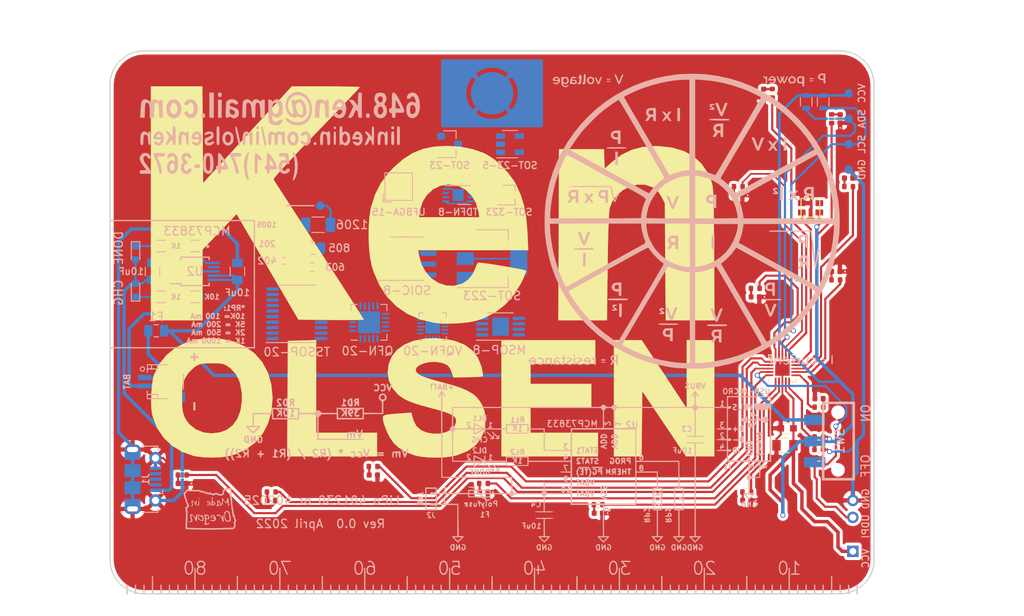
<source format=kicad_pcb>
(kicad_pcb (version 20171130) (host pcbnew "(5.1.10)-1")
  (title_block (title "Beetje 32U4 Blok") (date 2018-08-10) (rev 0.0) (company www.MakersBox.us) (comment 1 648.ken@gmail.com))
  (layers (0 F.Cu signal) (31 B.Cu signal) (34 B.Paste user) (35 F.Paste user) (36 B.SilkS user) (37 F.SilkS user hide) (38 B.Mask user hide) (39 F.Mask user) (44 Edge.Cuts user))
  (net 0 "")
  (net 1 GND)
  (net 2 VCC)
  (net 3 /UPDI)
  (net 4 "Net-(D6-Pad2)")
  (net 5 "Net-(D7-Pad2)")
  (net 6 /D0)
  (net 7 /D7)
  (net 8 /D16)
  (net 9 /D15)
  (net 10 VBUS)
  (net 11 "Net-(J3-Pad3)")
  (net 12 +BATT)
  (net 13 /D6)
  (net 14 /D14)
  (net 15 /D10)
  (net 16 /D11)
  (net 17 /D12)
  (net 18 /D13)
  (net 19 "Net-(D10-Pad2)")
  (net 20 "Net-(D11-Pad2)")
  (net 21 "Net-(D12-Pad2)")
  (net 22 "Net-(D13-Pad2)")
  (net 23 "Net-(D14-Pad2)")
  (net 24 /D5)
  (net 25 "Net-(D15-Pad2)")
  (net 26 "Net-(DL1-Pad1)")
  (net 27 "Net-(DL2-Pad1)")
  (net 28 "Net-(RL1-Pad1)")
  (net 29 "Net-(RL2-Pad1)")
  (net 30 "Net-(RP1-Pad1)")
  (net 31 "Net-(RP2-Pad1)")
  (net 32 "Net-(D16-Pad2)")
  (net 33 /D1)
  (net 34 /D2)
  (net 35 /D3)
  (net 36 /D4)
  (net 37 "Net-(D1-Pad2)")
  (net 38 "Net-(D4-Pad2)")
  (net 39 "Net-(R17-Pad1)")
  (net 40 "Net-(R17-Pad2)")
  (net 41 "Net-(R21-Pad2)")
  (net 42 "Net-(R19-Pad1)")
  (net 43 "Net-(R8-Pad1)")
  (net 44 "Net-(Q3-Pad2)")
  (net 45 "Net-(U3-Pad21)")
  (net 46 "Net-(U4-PadD2)")
  (net 47 "Net-(U5-Pad21)")
  (net 48 "Net-(U8-Pad1)")
  (net 49 "Net-(U8-Pad4)")
  (net 50 "Net-(U8-Pad6)")
  (net 51 "Net-(F1-Pad2)")
  (net 52 "Net-(D2-Pad2)")
  (net 53 "Net-(D3-Pad2)")
  (net 54 "Net-(R22-Pad2)")
  (net 55 "Net-(R33-Pad1)")
  (net 56 /SCL)
  (net 57 /SDA)
  (module footprints:UDPI_header (layer B.Cu) (at 190.774 115.219)
    (fp_text reference J3 hide)
    (fp_text value UDPI hide)
    (pad 4 thru_hole oval (at 0 -6) (size 1.35 1.35) (drill 0.8) (layers *.Cu *.Mask) (net 1 GND))
    (pad 3 thru_hole oval (at 0 -4) (size 1.35 1.35) (drill 0.8) (layers *.Cu *.Mask) (net 11 "Net-(J3-Pad3)"))
    (pad 1 thru_hole rect (at 0 0) (size 1.35 1.35) (drill 0.8) (layers *.Cu *.Mask) (net 2 VCC))
  )
  (module footprints:Pin_holder_SMD (layer F.Cu) (at 148.274 61.219)
    (fp_text reference J4 hide)
    (fp_text value Pin)
    (pad 1 smd circle (at 0 0) (size 5 5) (layers B.Cu B.Paste B.Mask) (net 1 GND))
  )
  (module footprints:PieChart (layer B.Cu) (at 171.274 76.219 180)
    (fp_text reference SYM4 hide)
    (fp_text value Formulas hide)
  )
  (module LED_SMD:LED_0402_1005Metric (layer F.Cu) (at 180.274 61.219 90)
    (fp_text reference D6 hide)
    (fp_text value LED)
    (pad 2 smd roundrect (at 0.485 0 90) (size 0.59 0.64) (layers F.Cu F.Paste F.Mask) (net 4 "Net-(D6-Pad2)"))
    (pad 1 smd roundrect (at -0.485 0 90) (size 0.59 0.64) (layers F.Cu F.Paste F.Mask) (net 1 GND))
  )
  (module footprints:KenOlsen (layer F.Cu) (at 141.274 82.219)
    (fp_text reference SYM1 hide)
    (fp_text value "Ken Olsen" hide)
  )
  (module Fuse:Fuse_0805_2012Metric (layer B.Cu) (at 108.7115 89.219 180)
    (fp_text reference F1 (at 0 1.65) (layer B.SilkS) (effects (justify mirror)))
    (fp_text value Polyfuse)
    (pad 1 smd roundrect (at -0.9375 0 180) (size 0.975 1.4) (layers B.Cu B.Paste B.Mask) (net 12 +BATT))
    (pad 2 smd roundrect (at 0.9375 0 180) (size 0.975 1.4) (layers B.Cu B.Paste B.Mask) (net 51 "Net-(F1-Pad2)"))
  )
  (module footprints:MSOP-10_3x3mm_Pitch0.5mm (layer B.Cu) (at 113.274 82.219)
    (fp_text reference U2 (at 0 0) (layer B.SilkS) (effects (justify mirror)))
    (fp_text value MCP73833 (at 0.25 -4.75) (layer B.SilkS) (effects (justify mirror)))
    (pad 10 smd rect (at 2.2 1) (size 1.4 0.3) (layers B.Cu B.Paste B.Mask) (net 12 +BATT))
    (pad 9 smd rect (at 2.2 0.5) (size 1.4 0.3) (layers B.Cu B.Paste B.Mask) (net 12 +BATT))
    (pad 8 smd rect (at 2.2 0) (size 1.4 0.3) (layers B.Cu B.Paste B.Mask) (net 31 "Net-(RP2-Pad1)"))
    (pad 7 smd rect (at 2.2 -0.5) (size 1.4 0.3) (layers B.Cu B.Paste B.Mask))
    (pad 6 smd rect (at 2.2 -1) (size 1.4 0.3) (layers B.Cu B.Paste B.Mask) (net 30 "Net-(RP1-Pad1)"))
    (pad 5 smd rect (at -2.2 -1) (size 1.4 0.3) (layers B.Cu B.Paste B.Mask) (net 1 GND))
    (pad 4 smd rect (at -2.2 -0.5) (size 1.4 0.3) (layers B.Cu B.Paste B.Mask) (net 29 "Net-(RL2-Pad1)"))
    (pad 3 smd rect (at -2.2 0) (size 1.4 0.3) (layers B.Cu B.Paste B.Mask) (net 28 "Net-(RL1-Pad1)"))
    (pad 2 smd rect (at -2.2 0.5) (size 1.4 0.3) (layers B.Cu B.Paste B.Mask) (net 10 VBUS))
    (pad 1 smd rect (at -2.2 1) (size 1.4 0.3) (layers B.Cu B.Paste B.Mask) (net 10 VBUS))
  )
  (module LED_SMD:LED_0402_1005Metric (layer F.Cu) (at 190.274 71.219 180)
    (fp_text reference D3 hide)
    (fp_text value LED)
    (pad 2 smd roundrect (at 0.485 0 180) (size 0.59 0.64) (layers F.Cu F.Paste F.Mask) (net 53 "Net-(D3-Pad2)"))
    (pad 1 smd roundrect (at -0.485 0 180) (size 0.59 0.64) (layers F.Cu F.Paste F.Mask) (net 1 GND))
  )
  (module footprints:WS2812B-2020 (layer F.Cu) (at 185.774 74.719)
    (fp_text reference D5 hide)
    (fp_text value WS2812B)
    (pad 3 smd rect (at -1.015 -0.55) (size 0.9 0.7) (layers F.Cu F.Paste F.Mask) (net 1 GND))
    (pad 4 smd rect (at -1.015 0.55) (size 0.9 0.7) (layers F.Cu F.Paste F.Mask) (net 24 /D5))
    (pad 2 smd rect (at 1.05 -0.55) (size 0.9 0.7) (layers F.Cu F.Paste F.Mask))
    (pad 1 smd rect (at 1.05 0.55) (size 0.9 0.7) (layers F.Cu F.Paste F.Mask) (net 2 VCC))
  )
  (module footprints:SPST_SMD (layer B.Cu) (at 186.274 102.219 270)
    (fp_text reference SW1 (at 0 -3 270) (layer B.SilkS) (effects (justify mirror)))
    (fp_text value SW_SPST)
    (pad "" np_thru_hole circle (at 3.4 -2.75 270) (size 0.9 0.9) (drill 0.9) (layers *.Cu *.Mask))
    (pad 1 smd rect (at -2.5 0 270) (size 1.2 2.5) (layers B.Cu B.Paste B.Mask) (net 12 +BATT))
    (pad 2 smd rect (at 0.04 0 270) (size 1.2 2.5) (layers B.Cu B.Paste B.Mask) (net 2 VCC))
    (pad 3 smd rect (at 2.5 0 270) (size 1.2 2.5) (layers B.Cu B.Paste B.Mask))
    (pad "" np_thru_hole circle (at -3.4 -2.75 270) (size 0.9 0.9) (drill 0.9) (layers *.Cu *.Mask))
  )
  (module footprints:C_0805 (layer B.Cu) (at 108.274 82.219 90)
    (fp_text reference C3 hide)
    (fp_text value 10uF (at 0 -2.5) (layer B.SilkS) (effects (font (size 0.8 0.8)) (justify mirror)))
    (pad 1 smd rect (at -1 0 90) (size 1 1.25) (layers B.Cu B.Paste B.Mask) (net 10 VBUS))
    (pad 2 smd rect (at 1 0 90) (size 1 1.25) (layers B.Cu B.Paste B.Mask) (net 1 GND))
  )
  (module footprints:C_0805 (layer B.Cu) (at 118.274 82.219 90)
    (fp_text reference C4 hide)
    (fp_text value 10uF (at -2.5 0) (layer B.SilkS) (effects (font (size 0.8 0.8)) (justify mirror)))
    (pad 2 smd rect (at 1 0 90) (size 1 1.25) (layers B.Cu B.Paste B.Mask) (net 1 GND))
    (pad 1 smd rect (at -1 0 90) (size 1 1.25) (layers B.Cu B.Paste B.Mask) (net 12 +BATT))
  )
  (module footprints:USB_Micro-B_Molex-105017-0001 (layer B.Cu) (at 106.274 106.719 90)
    (fp_text reference J1 (at 0 1.2 270) (layer B.SilkS) (effects (font (size 0.8 0.8)) (justify mirror)))
    (fp_text value USB-MICRO)
    (pad 6 smd rect (at 1 -0.35 90) (size 1.5 1.9) (layers B.Cu B.Paste B.Mask) (net 1 GND))
    (pad 6 thru_hole circle (at -2.5 2.35 90) (size 1.45 1.45) (drill 0.85) (layers *.Cu *.Mask) (net 1 GND))
    (pad 2 smd rect (at -0.65 2.35 90) (size 0.4 1.35) (layers B.Cu B.Paste B.Mask))
    (pad 1 smd rect (at -1.3 2.35 90) (size 0.4 1.35) (layers B.Cu B.Paste B.Mask) (net 10 VBUS))
    (pad 5 smd rect (at 1.3 2.35 90) (size 0.4 1.35) (layers B.Cu B.Paste B.Mask) (net 1 GND))
    (pad 4 smd rect (at 0.65 2.35 90) (size 0.4 1.35) (layers B.Cu B.Paste B.Mask))
    (pad 3 smd rect (at 0 2.35 90) (size 0.4 1.35) (layers B.Cu B.Paste B.Mask))
    (pad 6 thru_hole circle (at 2.5 2.35 90) (size 1.45 1.45) (drill 0.85) (layers *.Cu *.Mask) (net 1 GND))
    (pad 6 smd rect (at -1 -0.35 90) (size 1.5 1.9) (layers B.Cu B.Paste B.Mask) (net 1 GND))
    (pad 6 thru_hole oval (at -3.5 -0.35 270) (size 1.2 1.9) (drill oval 0.6 1.3) (layers *.Cu *.Mask) (net 1 GND))
    (pad 6 thru_hole oval (at 3.5 -0.35 90) (size 1.2 1.9) (drill oval 0.6 1.3) (layers *.Cu *.Mask) (net 1 GND))
    (pad 6 smd rect (at 2.9 -0.35 90) (size 1.2 1.9) (layers B.Cu B.Mask) (net 1 GND))
    (pad 6 smd rect (at -2.9 -0.35 90) (size 1.2 1.9) (layers B.Cu B.Mask) (net 1 GND))
  )
  (module Package_DFN_QFN:VQFN-20-1EP_3x3mm_P0.4mm_EP1.7x1.7mm (layer F.Cu) (at 182.474 93.669 90)
    (fp_text reference U1 hide)
    (fp_text value ATtiny826 hide)
    (pad 1 smd custom (at -1.45 -0.8 90) (size 0.143431 0.143431) (layers F.Cu F.Paste F.Mask) (net 9 /D15) (options (clearance outline) (anchor circle)) (primitives (gr_poly (pts (xy -0.35 -0.05) (xy 0.299289 -0.05) (xy 0.35 0.000711) (xy 0.35 0.05) (xy -0.35 0.05)) (width 0.1))))
    (pad 2 smd roundrect (at -1.45 -0.4 90) (size 0.8 0.2) (layers F.Cu F.Paste F.Mask) (net 8 /D16))
    (pad 3 smd roundrect (at -1.45 0 90) (size 0.8 0.2) (layers F.Cu F.Paste F.Mask) (net 1 GND))
    (pad 4 smd roundrect (at -1.45 0.4 90) (size 0.8 0.2) (layers F.Cu F.Paste F.Mask) (net 2 VCC))
    (pad 5 smd custom (at -1.45 0.8 90) (size 0.143431 0.143431) (layers F.Cu F.Paste F.Mask) (net 6 /D0) (options (clearance outline) (anchor circle)) (primitives (gr_poly (pts (xy -0.35 -0.05) (xy 0.35 -0.05) (xy 0.35 -0.000711) (xy 0.299289 0.05) (xy -0.35 0.05)) (width 0.1))))
    (pad 6 smd custom (at -0.8 1.45 90) (size 0.143431 0.143431) (layers F.Cu F.Paste F.Mask) (net 33 /D1) (options (clearance outline) (anchor circle)) (primitives (gr_poly (pts (xy -0.05 -0.299289) (xy 0.000711 -0.35) (xy 0.05 -0.35) (xy 0.05 0.35) (xy -0.05 0.35)) (width 0.1))))
    (pad 7 smd roundrect (at -0.4 1.45 90) (size 0.2 0.8) (layers F.Cu F.Paste F.Mask) (net 34 /D2))
    (pad 8 smd roundrect (at 0 1.45 90) (size 0.2 0.8) (layers F.Cu F.Paste F.Mask) (net 35 /D3))
    (pad 9 smd roundrect (at 0.4 1.45 90) (size 0.2 0.8) (layers F.Cu F.Paste F.Mask) (net 36 /D4))
    (pad 10 smd custom (at 0.8 1.45 90) (size 0.143431 0.143431) (layers F.Cu F.Paste F.Mask) (net 24 /D5) (options (clearance outline) (anchor circle)) (primitives (gr_poly (pts (xy -0.05 -0.35) (xy -0.000711 -0.35) (xy 0.05 -0.299289) (xy 0.05 0.35) (xy -0.05 0.35)) (width 0.1))))
    (pad 11 smd custom (at 1.45 0.8 90) (size 0.143431 0.143431) (layers F.Cu F.Paste F.Mask) (net 13 /D6) (options (clearance outline) (anchor circle)) (primitives (gr_poly (pts (xy -0.35 -0.05) (xy 0.35 -0.05) (xy 0.35 0.05) (xy -0.299289 0.05) (xy -0.35 -0.000711)) (width 0.1))))
    (pad 12 smd roundrect (at 1.45 0.4 90) (size 0.8 0.2) (layers F.Cu F.Paste F.Mask) (net 7 /D7))
    (pad 13 smd roundrect (at 1.45 0 90) (size 0.8 0.2) (layers F.Cu F.Paste F.Mask) (net 57 /SDA))
    (pad 14 smd roundrect (at 1.45 -0.4 90) (size 0.8 0.2) (layers F.Cu F.Paste F.Mask) (net 56 /SCL))
    (pad 15 smd custom (at 1.45 -0.8 90) (size 0.143431 0.143431) (layers F.Cu F.Paste F.Mask) (net 15 /D10) (options (clearance outline) (anchor circle)) (primitives (gr_poly (pts (xy -0.35 0.000711) (xy -0.299289 -0.05) (xy 0.35 -0.05) (xy 0.35 0.05) (xy -0.35 0.05)) (width 0.1))))
    (pad 16 smd custom (at 0.8 -1.45 90) (size 0.143431 0.143431) (layers F.Cu F.Paste F.Mask) (net 16 /D11) (options (clearance outline) (anchor circle)) (primitives (gr_poly (pts (xy -0.05 -0.35) (xy 0.05 -0.35) (xy 0.05 0.299289) (xy -0.000711 0.35) (xy -0.05 0.35)) (width 0.1))))
    (pad 17 smd roundrect (at 0.4 -1.45 90) (size 0.2 0.8) (layers F.Cu F.Paste F.Mask) (net 17 /D12))
    (pad 18 smd roundrect (at 0 -1.45 90) (size 0.2 0.8) (layers F.Cu F.Paste F.Mask) (net 18 /D13))
    (pad 19 smd roundrect (at -0.4 -1.45 90) (size 0.2 0.8) (layers F.Cu F.Paste F.Mask) (net 3 /UPDI))
    (pad 20 smd custom (at -0.8 -1.45 90) (size 0.143431 0.143431) (layers F.Cu F.Paste F.Mask) (net 14 /D14) (options (clearance outline) (anchor circle)) (primitives (gr_poly (pts (xy -0.05 -0.35) (xy 0.05 -0.35) (xy 0.05 0.35) (xy 0.000711 0.35) (xy -0.05 0.299289)) (width 0.1))))
    (pad 21 smd rect (at 0 0 90) (size 1.7 1.7) (layers F.Cu F.Mask) (net 1 GND))
  )
  (module footprints:C_0805 (layer F.Cu) (at 182.774 102.719 180)
    (fp_text reference C1 hide)
    (fp_text value 10uF)
    (pad 1 smd rect (at -1 0 180) (size 1 1.25) (layers F.Cu F.Paste F.Mask) (net 2 VCC))
    (pad 2 smd rect (at 1 0 180) (size 1 1.25) (layers F.Cu F.Paste F.Mask) (net 1 GND))
  )
  (module footprints:C_0603 (layer F.Cu) (at 183.024 100.719 180)
    (fp_text reference C2 hide)
    (fp_text value 0.1uF)
    (pad 2 smd rect (at 0.75 0 180) (size 0.8 0.75) (layers F.Cu F.Paste F.Mask) (net 1 GND))
    (pad 1 smd rect (at -0.75 0 180) (size 0.8 0.75) (layers F.Cu F.Paste F.Mask) (net 2 VCC))
  )
  (module footprints:LED_0603 (layer B.Cu) (at 106.274 84.419 90)
    (fp_text reference DL1 hide)
    (fp_text value CHG (at -0.3 -2 270) (layer B.SilkS) (effects (justify mirror)))
    (pad 1 smd rect (at -0.8 0 270) (size 0.8 0.8) (layers B.Cu B.Paste B.Mask) (net 26 "Net-(DL1-Pad1)"))
    (pad 2 smd rect (at 0.8 0 270) (size 0.8 0.8) (layers B.Cu B.Paste B.Mask) (net 10 VBUS))
  )
  (module footprints:LED_0603 (layer B.Cu) (at 106.274 80.019 270)
    (fp_text reference DL2 hide)
    (fp_text value DONE (at -0.55 2 270) (layer B.SilkS) (effects (justify mirror)))
    (pad 1 smd rect (at -0.8 0 90) (size 0.8 0.8) (layers B.Cu B.Paste B.Mask) (net 27 "Net-(DL2-Pad1)"))
    (pad 2 smd rect (at 0.8 0 90) (size 0.8 0.8) (layers B.Cu B.Paste B.Mask) (net 10 VBUS))
  )
  (module footprints:R_0603 (layer B.Cu) (at 109.274 85.219 180)
    (fp_text reference RL1 hide)
    (fp_text value 1K (at -1.75 0) (layer B.SilkS) (effects (font (size 0.6 0.6)) (justify mirror)))
    (pad 2 smd rect (at 0.75 0 180) (size 0.5 0.9) (layers B.Cu B.Paste B.Mask) (net 26 "Net-(DL1-Pad1)"))
    (pad 1 smd rect (at -0.75 0 180) (size 0.5 0.9) (layers B.Cu B.Paste B.Mask) (net 28 "Net-(RL1-Pad1)"))
  )
  (module footprints:R_0603 (layer B.Cu) (at 109.274 79.219 180)
    (fp_text reference RL2 hide)
    (fp_text value 1K (at -1.75 0) (layer B.SilkS) (effects (font (size 0.6 0.6)) (justify mirror)))
    (pad 1 smd rect (at -0.75 0 180) (size 0.5 0.9) (layers B.Cu B.Paste B.Mask) (net 29 "Net-(RL2-Pad1)"))
    (pad 2 smd rect (at 0.75 0 180) (size 0.5 0.9) (layers B.Cu B.Paste B.Mask) (net 27 "Net-(DL2-Pad1)"))
  )
  (module footprints:R_0603 (layer B.Cu) (at 113.274 79.219 180)
    (fp_text reference RP1 hide)
    (fp_text value * (at -1.5 -0.25 180) (layer B.SilkS) (effects (font (size 0.6 0.6)) (justify mirror)))
    (pad 2 smd rect (at 0.75 0 180) (size 0.5 0.9) (layers B.Cu B.Paste B.Mask) (net 1 GND))
    (pad 1 smd rect (at -0.75 0 180) (size 0.5 0.9) (layers B.Cu B.Paste B.Mask) (net 30 "Net-(RP1-Pad1)"))
  )
  (module footprints:R_0603 (layer B.Cu) (at 113.274 85.219 180)
    (fp_text reference RP2 hide)
    (fp_text value 10K (at -2 0 180) (layer B.SilkS) (effects (font (size 0.6 0.6)) (justify mirror)))
    (pad 1 smd rect (at -0.75 0 180) (size 0.5 0.9) (layers B.Cu B.Paste B.Mask) (net 31 "Net-(RP2-Pad1)"))
    (pad 2 smd rect (at 0.75 0 180) (size 0.5 0.9) (layers B.Cu B.Paste B.Mask) (net 1 GND))
  )
  (module footprints:JST_SH_SM02B-SRSS-TB_02x1.00mm_Angled (layer B.Cu) (at 109.274 95.219 270)
    (fp_text reference J2 hide)
    (fp_text value BAT (at 0 4 270) (layer B.SilkS) (effects (font (size 0.7 0.7)) (justify mirror)))
    (pad 1 smd rect (at -0.5 1.9375 270) (size 0.6 1.55) (layers B.Cu B.Paste B.Mask) (net 51 "Net-(F1-Pad2)"))
    (pad 2 smd rect (at 0.5 1.9375 270) (size 0.6 1.55) (layers B.Cu B.Paste B.Mask) (net 1 GND))
    (pad 1 smd rect (at -1.8 -1.9375 270) (size 1.2 1.8) (layers B.Cu B.Paste B.Mask) (net 51 "Net-(F1-Pad2)"))
    (pad 2 smd rect (at 1.8 -1.9375 270) (size 1.2 1.8) (layers B.Cu B.Paste B.Mask) (net 1 GND))
  )
  (module LED_SMD:LED_0402_1005Metric (layer F.Cu) (at 188.759 82.219 180)
    (fp_text reference D2 hide)
    (fp_text value LED)
    (pad 1 smd roundrect (at -0.485 0 180) (size 0.59 0.64) (layers F.Cu F.Paste F.Mask) (net 1 GND))
    (pad 2 smd roundrect (at 0.485 0 180) (size 0.59 0.64) (layers F.Cu F.Paste F.Mask) (net 52 "Net-(D2-Pad2)"))
  )
  (module LED_SMD:LED_0402_1005Metric (layer F.Cu) (at 189.274 64.219 90)
    (fp_text reference D4 hide)
    (fp_text value LED)
    (pad 1 smd roundrect (at -0.485 0 90) (size 0.59 0.64) (layers F.Cu F.Paste F.Mask) (net 1 GND))
    (pad 2 smd roundrect (at 0.485 0 90) (size 0.59 0.64) (layers F.Cu F.Paste F.Mask) (net 38 "Net-(D4-Pad2)"))
  )
  (module LED_SMD:LED_0402_1005Metric (layer F.Cu) (at 177.274 73.219 180)
    (fp_text reference D7 hide)
    (fp_text value LED)
    (pad 2 smd roundrect (at 0.485 0 180) (size 0.59 0.64) (layers F.Cu F.Paste F.Mask) (net 5 "Net-(D7-Pad2)"))
    (pad 1 smd roundrect (at -0.485 0 180) (size 0.59 0.64) (layers F.Cu F.Paste F.Mask) (net 1 GND))
  )
  (module LED_SMD:LED_0402_1005Metric (layer F.Cu) (at 179.274 85.219 180)
    (fp_text reference D10 hide)
    (fp_text value LED)
    (pad 1 smd roundrect (at -0.485 0 180) (size 0.59 0.64) (layers F.Cu F.Paste F.Mask) (net 1 GND))
    (pad 2 smd roundrect (at 0.485 0 180) (size 0.59 0.64) (layers F.Cu F.Paste F.Mask) (net 19 "Net-(D10-Pad2)"))
  )
  (module LED_SMD:LED_0402_1005Metric (layer F.Cu) (at 134.289 106.219 180)
    (fp_text reference D11 hide)
    (fp_text value LED)
    (pad 1 smd roundrect (at -0.485 0 180) (size 0.59 0.64) (layers F.Cu F.Paste F.Mask) (net 1 GND))
    (pad 2 smd roundrect (at 0.485 0 180) (size 0.59 0.64) (layers F.Cu F.Paste F.Mask) (net 20 "Net-(D11-Pad2)"))
  )
  (module LED_SMD:LED_0402_1005Metric (layer F.Cu) (at 122.289 109.219 180)
    (fp_text reference D12 hide)
    (fp_text value LED)
    (pad 1 smd roundrect (at -0.485 0 180) (size 0.59 0.64) (layers F.Cu F.Paste F.Mask) (net 1 GND))
    (pad 2 smd roundrect (at 0.485 0 180) (size 0.59 0.64) (layers F.Cu F.Paste F.Mask) (net 21 "Net-(D12-Pad2)"))
  )
  (module LED_SMD:LED_0402_1005Metric (layer F.Cu) (at 111.774 107.219 180)
    (fp_text reference D13 hide)
    (fp_text value LED)
    (pad 2 smd roundrect (at 0.485 0 180) (size 0.59 0.64) (layers F.Cu F.Paste F.Mask) (net 22 "Net-(D13-Pad2)"))
    (pad 1 smd roundrect (at -0.485 0 180) (size 0.59 0.64) (layers F.Cu F.Paste F.Mask) (net 1 GND))
  )
  (module LED_SMD:LED_0402_1005Metric (layer F.Cu) (at 147.289 108.219 180)
    (fp_text reference D14 hide)
    (fp_text value LED)
    (pad 1 smd roundrect (at -0.485 0 180) (size 0.59 0.64) (layers F.Cu F.Paste F.Mask) (net 1 GND))
    (pad 2 smd roundrect (at 0.485 0 180) (size 0.59 0.64) (layers F.Cu F.Paste F.Mask) (net 23 "Net-(D14-Pad2)"))
  )
  (module LED_SMD:LED_0402_1005Metric (layer F.Cu) (at 160.789 110.719 180)
    (fp_text reference D15 hide)
    (fp_text value LED)
    (pad 2 smd roundrect (at 0.485 0 180) (size 0.59 0.64) (layers F.Cu F.Paste F.Mask) (net 25 "Net-(D15-Pad2)"))
    (pad 1 smd roundrect (at -0.485 0 180) (size 0.59 0.64) (layers F.Cu F.Paste F.Mask) (net 1 GND))
  )
  (module LED_SMD:LED_0402_1005Metric (layer F.Cu) (at 178.274 109.219 180)
    (fp_text reference D16 hide)
    (fp_text value LED)
    (pad 2 smd roundrect (at 0.485 0 180) (size 0.59 0.64) (layers F.Cu F.Paste F.Mask) (net 32 "Net-(D16-Pad2)"))
    (pad 1 smd roundrect (at -0.485 0 180) (size 0.59 0.64) (layers F.Cu F.Paste F.Mask) (net 1 GND))
  )
  (module Resistor_SMD:R_0402_1005Metric (layer F.Cu) (at 188.764 83.219 180)
    (fp_text reference R2 hide)
    (fp_text value 100)
    (pad 2 smd roundrect (at 0.51 0 180) (size 0.54 0.64) (layers F.Cu F.Paste F.Mask) (net 52 "Net-(D2-Pad2)"))
    (pad 1 smd roundrect (at -0.51 0 180) (size 0.54 0.64) (layers F.Cu F.Paste F.Mask) (net 34 /D2))
  )
  (module Resistor_SMD:R_0402_1005Metric (layer F.Cu) (at 190.274 72.219 180)
    (fp_text reference R3 hide)
    (fp_text value 100)
    (pad 1 smd roundrect (at -0.51 0 180) (size 0.54 0.64) (layers F.Cu F.Paste F.Mask) (net 35 /D3))
    (pad 2 smd roundrect (at 0.51 0 180) (size 0.54 0.64) (layers F.Cu F.Paste F.Mask) (net 53 "Net-(D3-Pad2)"))
  )
  (module Resistor_SMD:R_0402_1005Metric (layer F.Cu) (at 188.274 64.219 90)
    (fp_text reference R4 hide)
    (fp_text value 100)
    (pad 2 smd roundrect (at 0.51 0 90) (size 0.54 0.64) (layers F.Cu F.Paste F.Mask) (net 38 "Net-(D4-Pad2)"))
    (pad 1 smd roundrect (at -0.51 0 90) (size 0.54 0.64) (layers F.Cu F.Paste F.Mask) (net 36 /D4))
  )
  (module Resistor_SMD:R_0402_1005Metric (layer F.Cu) (at 181.274 61.219 90)
    (fp_text reference R6 hide)
    (fp_text value 100)
    (pad 1 smd roundrect (at -0.51 0 90) (size 0.54 0.64) (layers F.Cu F.Paste F.Mask) (net 13 /D6))
    (pad 2 smd roundrect (at 0.51 0 90) (size 0.54 0.64) (layers F.Cu F.Paste F.Mask) (net 4 "Net-(D6-Pad2)"))
  )
  (module Resistor_SMD:R_0402_1005Metric (layer F.Cu) (at 177.274 72.219 180)
    (fp_text reference R7 hide)
    (fp_text value 100)
    (pad 1 smd roundrect (at -0.51 0 180) (size 0.54 0.64) (layers F.Cu F.Paste F.Mask) (net 7 /D7))
    (pad 2 smd roundrect (at 0.51 0 180) (size 0.54 0.64) (layers F.Cu F.Paste F.Mask) (net 5 "Net-(D7-Pad2)"))
  )
  (module Resistor_SMD:R_0402_1005Metric (layer F.Cu) (at 179.274 84.219 180)
    (fp_text reference R10 hide)
    (fp_text value 100)
    (pad 2 smd roundrect (at 0.51 0 180) (size 0.54 0.64) (layers F.Cu F.Paste F.Mask) (net 19 "Net-(D10-Pad2)"))
    (pad 1 smd roundrect (at -0.51 0 180) (size 0.54 0.64) (layers F.Cu F.Paste F.Mask) (net 15 /D10))
  )
  (module Resistor_SMD:R_0402_1005Metric (layer F.Cu) (at 134.264 105.219 180)
    (fp_text reference R11 hide)
    (fp_text value 100)
    (pad 2 smd roundrect (at 0.51 0 180) (size 0.54 0.64) (layers F.Cu F.Paste F.Mask) (net 20 "Net-(D11-Pad2)"))
    (pad 1 smd roundrect (at -0.51 0 180) (size 0.54 0.64) (layers F.Cu F.Paste F.Mask) (net 16 /D11))
  )
  (module Resistor_SMD:R_0402_1005Metric (layer F.Cu) (at 122.264 108.219 180)
    (fp_text reference R12 hide)
    (fp_text value 100)
    (pad 2 smd roundrect (at 0.51 0 180) (size 0.54 0.64) (layers F.Cu F.Paste F.Mask) (net 21 "Net-(D12-Pad2)"))
    (pad 1 smd roundrect (at -0.51 0 180) (size 0.54 0.64) (layers F.Cu F.Paste F.Mask) (net 17 /D12))
  )
  (module Resistor_SMD:R_0402_1005Metric (layer F.Cu) (at 111.774 106.219 180)
    (fp_text reference R13 hide)
    (fp_text value 100)
    (pad 1 smd roundrect (at -0.51 0 180) (size 0.54 0.64) (layers F.Cu F.Paste F.Mask) (net 18 /D13))
    (pad 2 smd roundrect (at 0.51 0 180) (size 0.54 0.64) (layers F.Cu F.Paste F.Mask) (net 22 "Net-(D13-Pad2)"))
  )
  (module Resistor_SMD:R_0402_1005Metric (layer F.Cu) (at 147.264 107.219 180)
    (fp_text reference R14 hide)
    (fp_text value 100)
    (pad 2 smd roundrect (at 0.51 0 180) (size 0.54 0.64) (layers F.Cu F.Paste F.Mask) (net 23 "Net-(D14-Pad2)"))
    (pad 1 smd roundrect (at -0.51 0 180) (size 0.54 0.64) (layers F.Cu F.Paste F.Mask) (net 14 /D14))
  )
  (module Resistor_SMD:R_0402_1005Metric (layer F.Cu) (at 160.764 109.719 180)
    (fp_text reference R15 hide)
    (fp_text value 100)
    (pad 1 smd roundrect (at -0.51 0 180) (size 0.54 0.64) (layers F.Cu F.Paste F.Mask) (net 9 /D15))
    (pad 2 smd roundrect (at 0.51 0 180) (size 0.54 0.64) (layers F.Cu F.Paste F.Mask) (net 25 "Net-(D15-Pad2)"))
  )
  (module Resistor_SMD:R_0402_1005Metric (layer F.Cu) (at 178.274 108.219 180)
    (fp_text reference R16 hide)
    (fp_text value 100)
    (pad 2 smd roundrect (at 0.51 0 180) (size 0.54 0.64) (layers F.Cu F.Paste F.Mask) (net 32 "Net-(D16-Pad2)"))
    (pad 1 smd roundrect (at -0.51 0 180) (size 0.54 0.64) (layers F.Cu F.Paste F.Mask) (net 8 /D16))
  )
  (module Resistor_SMD:R_0402_1005Metric (layer F.Cu) (at 186.774 101.719 180)
    (fp_text reference RD1 hide)
    (fp_text value 39K)
    (pad 1 smd roundrect (at -0.51 0 180) (size 0.54 0.64) (layers F.Cu F.Paste F.Mask) (net 2 VCC))
    (pad 2 smd roundrect (at 0.51 0 180) (size 0.54 0.64) (layers F.Cu F.Paste F.Mask) (net 6 /D0))
  )
  (module Resistor_SMD:R_0402_1005Metric (layer F.Cu) (at 186.784 104.969 180)
    (fp_text reference RP3 hide)
    (fp_text value 100)
    (pad 1 smd roundrect (at -0.51 0 180) (size 0.54 0.64) (layers F.Cu F.Paste F.Mask) (net 3 /UPDI))
    (pad 2 smd roundrect (at 0.51 0 180) (size 0.54 0.64) (layers F.Cu F.Paste F.Mask) (net 11 "Net-(J3-Pad3)"))
  )
  (module footprints:R_0402 (layer B.Cu) (at 123.784 80.969)
    (fp_text reference R19 hide)
    (fp_text value 402 (at -2.01 0) (layer B.SilkS) (effects (font (size 0.8 0.8)) (justify mirror)))
    (pad 1 smd roundrect (at -0.51 0) (size 0.54 0.64) (layers B.Cu B.Paste B.Mask) (net 42 "Net-(R19-Pad1)"))
    (pad 2 smd roundrect (at 0.51 0) (size 0.54 0.64) (layers B.Cu B.Paste B.Mask) (net 40 "Net-(R17-Pad2)"))
  )
  (module Resistor_SMD:R_0805_2012Metric (layer B.Cu) (at 127.1865 79.469 180)
    (fp_text reference R21 hide)
    (fp_text value 805 (at -3.0875 0) (layer B.SilkS) (effects (font (size 0.9 0.9)) (justify mirror)))
    (pad 1 smd roundrect (at -0.9125 0 180) (size 1.025 1.4) (layers B.Cu B.Paste B.Mask) (roundrect_rratio 0.2439014634146341) (net 39 "Net-(R17-Pad1)"))
    (pad 2 smd roundrect (at 0.9125 0 180) (size 1.025 1.4) (layers B.Cu B.Paste B.Mask) (roundrect_rratio 0.2439014634146341) (net 41 "Net-(R21-Pad2)"))
  )
  (module Resistor_SMD:R_0201_0603Metric (layer B.Cu) (at 123.774 78.969)
    (fp_text reference R22 hide)
    (fp_text value 201 (at -2 0) (layer B.SilkS) (effects (font (size 0.7 0.7)) (justify mirror)))
    (pad 1 smd roundrect (at -0.32 0) (size 0.46 0.4) (layers B.Cu B.Mask) (net 42 "Net-(R19-Pad1)"))
    (pad 2 smd roundrect (at 0.32 0) (size 0.46 0.4) (layers B.Cu B.Mask) (net 54 "Net-(R22-Pad2)"))
  )
  (module Resistor_SMD:R_1206_3216Metric (layer B.Cu) (at 127.774 76.719 180)
    (fp_text reference R33 hide)
    (fp_text value 1206 (at -4 0) (layer B.SilkS) (effects (justify mirror)))
    (pad 1 smd roundrect (at -1.4625 0 180) (size 1.125 1.75) (layers B.Cu B.Paste B.Mask) (roundrect_rratio 0.2222213333333333) (net 55 "Net-(R33-Pad1)"))
    (pad 2 smd roundrect (at 1.4625 0 180) (size 1.125 1.75) (layers B.Cu B.Paste B.Mask) (roundrect_rratio 0.2222213333333333) (net 41 "Net-(R21-Pad2)"))
  )
  (module Resistor_SMD:R_01005_0402Metric (layer B.Cu) (at 123.499 76.719)
    (fp_text reference R8 hide)
    (fp_text value 1005 (at -1.775 0) (layer B.SilkS) (effects (font (size 0.6 0.6)) (justify mirror)))
    (pad 1 smd roundrect (at -0.25 0) (size 0.4 0.3) (layers B.Cu B.Mask) (net 43 "Net-(R8-Pad1)"))
    (pad 2 smd roundrect (at 0.25 0) (size 0.4 0.3) (layers B.Cu B.Mask) (net 54 "Net-(R22-Pad2)"))
  )
  (module Resistor_SMD:R_0603_1608Metric (layer B.Cu) (at 127.099 81.719 180)
    (fp_text reference R17 hide)
    (fp_text value 603 (at -2.675 0) (layer B.SilkS) (effects (font (size 0.8 0.8)) (justify mirror)))
    (pad 1 smd roundrect (at -0.825 0 180) (size 0.8 0.95) (layers B.Cu B.Paste B.Mask) (net 39 "Net-(R17-Pad1)"))
    (pad 2 smd roundrect (at 0.825 0 180) (size 0.8 0.95) (layers B.Cu B.Paste B.Mask) (net 40 "Net-(R17-Pad2)"))
  )
  (module footprints:TestPoint_Pad_D1.0mm (layer B.Cu) (at 123.274 74.469)
    (fp_text reference TP1 hide)
    (fp_text value TestPoint)
    (pad 1 smd circle (at 0 0) (size 1 1) (layers B.Cu B.Mask) (net 43 "Net-(R8-Pad1)"))
  )
  (module footprints:TestPoint_Pad_D1.0mm (layer B.Cu) (at 128.024 74.469)
    (fp_text reference TP2 hide)
    (fp_text value TestPoint)
    (pad 1 smd circle (at 0 0) (size 1 1) (layers B.Cu B.Mask) (net 55 "Net-(R33-Pad1)"))
  )
  (module Package_TO_SOT_SMD:SOT-23 (layer B.Cu) (at 143.274 67.219)
    (fp_text reference Q1 hide)
    (fp_text value SOT-23 (at 0 2.5) (layer B.SilkS) (effects (font (size 0.8 0.8)) (justify mirror)))
    (pad 1 smd rect (at -1 0.95) (size 0.9 0.8) (layers B.Cu B.Paste B.Mask))
    (pad 2 smd rect (at -1 -0.95) (size 0.9 0.8) (layers B.Cu B.Paste B.Mask))
    (pad 3 smd rect (at 1 0) (size 0.9 0.8) (layers B.Cu B.Paste B.Mask))
  )
  (module Package_TO_SOT_SMD:SOT-323_SC-70 (layer B.Cu) (at 150.274 73.219)
    (fp_text reference Q2 hide)
    (fp_text value SOT-323 (at 0 2) (layer B.SilkS) (effects (font (size 0.8 0.8)) (justify mirror)))
    (pad 1 smd rect (at -1 0.65 90) (size 0.45 0.7) (layers B.Cu B.Paste B.Mask))
    (pad 2 smd rect (at -1 -0.65 90) (size 0.45 0.7) (layers B.Cu B.Paste B.Mask))
    (pad 3 smd rect (at 1 0 90) (size 0.45 0.7) (layers B.Cu B.Paste B.Mask))
  )
  (module Package_TO_SOT_SMD:SOT-223 (layer B.Cu) (at 148.274 80.719)
    (fp_text reference Q3 hide)
    (fp_text value SOT-223 (at 0 4.375001) (layer B.SilkS) (effects (justify mirror)))
    (pad 4 smd rect (at 3.15 0) (size 2 3.8) (layers B.Cu B.Paste B.Mask) (net 44 "Net-(Q3-Pad2)"))
    (pad 2 smd rect (at -3.15 0) (size 2 1.5) (layers B.Cu B.Paste B.Mask) (net 44 "Net-(Q3-Pad2)"))
    (pad 3 smd rect (at -3.15 -2.3) (size 2 1.5) (layers B.Cu B.Paste B.Mask))
    (pad 1 smd rect (at -3.15 2.3) (size 2 1.5) (layers B.Cu B.Paste B.Mask))
  )
  (module Package_DFN_QFN:VQFN-20-1EP_3x3mm_P0.4mm_EP1.7x1.7mm (layer B.Cu) (at 141.274 88.719)
    (fp_text reference U3 hide)
    (fp_text value VQFN-20 (at 0 2.875001) (layer B.SilkS) (effects (justify mirror)))
    (pad 1 smd custom (at -1.45 0.8) (size 0.143431 0.143431) (layers B.Cu B.Paste B.Mask) (options (clearance outline) (anchor circle)) (primitives (gr_poly (pts (xy -0.35 0.05) (xy 0.299289 0.05) (xy 0.35 -0.000711) (xy 0.35 -0.05) (xy -0.35 -0.05)) (width 0.1))))
    (pad 2 smd roundrect (at -1.45 0.4) (size 0.8 0.2) (layers B.Cu B.Paste B.Mask))
    (pad 3 smd roundrect (at -1.45 0) (size 0.8 0.2) (layers B.Cu B.Paste B.Mask) (net 45 "Net-(U3-Pad21)"))
    (pad 4 smd roundrect (at -1.45 -0.4) (size 0.8 0.2) (layers B.Cu B.Paste B.Mask))
    (pad 5 smd custom (at -1.45 -0.8) (size 0.143431 0.143431) (layers B.Cu B.Paste B.Mask) (options (clearance outline) (anchor circle)) (primitives (gr_poly (pts (xy -0.35 0.05) (xy 0.35 0.05) (xy 0.35 0.000711) (xy 0.299289 -0.05) (xy -0.35 -0.05)) (width 0.1))))
    (pad 6 smd custom (at -0.8 -1.45) (size 0.143431 0.143431) (layers B.Cu B.Paste B.Mask) (options (clearance outline) (anchor circle)) (primitives (gr_poly (pts (xy -0.05 0.299289) (xy 0.000711 0.35) (xy 0.05 0.35) (xy 0.05 -0.35) (xy -0.05 -0.35)) (width 0.1))))
    (pad 7 smd roundrect (at -0.4 -1.45) (size 0.2 0.8) (layers B.Cu B.Paste B.Mask))
    (pad 8 smd roundrect (at 0 -1.45) (size 0.2 0.8) (layers B.Cu B.Paste B.Mask))
    (pad 9 smd roundrect (at 0.4 -1.45) (size 0.2 0.8) (layers B.Cu B.Paste B.Mask))
    (pad 10 smd custom (at 0.8 -1.45) (size 0.143431 0.143431) (layers B.Cu B.Paste B.Mask) (options (clearance outline) (anchor circle)) (primitives (gr_poly (pts (xy -0.05 0.35) (xy -0.000711 0.35) (xy 0.05 0.299289) (xy 0.05 -0.35) (xy -0.05 -0.35)) (width 0.1))))
    (pad 11 smd custom (at 1.45 -0.8) (size 0.143431 0.143431) (layers B.Cu B.Paste B.Mask) (options (clearance outline) (anchor circle)) (primitives (gr_poly (pts (xy -0.35 0.05) (xy 0.35 0.05) (xy 0.35 -0.05) (xy -0.299289 -0.05) (xy -0.35 0.000711)) (width 0.1))))
    (pad 12 smd roundrect (at 1.45 -0.4) (size 0.8 0.2) (layers B.Cu B.Paste B.Mask))
    (pad 13 smd roundrect (at 1.45 0) (size 0.8 0.2) (layers B.Cu B.Paste B.Mask))
    (pad 14 smd roundrect (at 1.45 0.4) (size 0.8 0.2) (layers B.Cu B.Paste B.Mask))
    (pad 15 smd custom (at 1.45 0.8) (size 0.143431 0.143431) (layers B.Cu B.Paste B.Mask) (options (clearance outline) (anchor circle)) (primitives (gr_poly (pts (xy -0.35 -0.000711) (xy -0.299289 0.05) (xy 0.35 0.05) (xy 0.35 -0.05) (xy -0.35 -0.05)) (width 0.1))))
    (pad 16 smd custom (at 0.8 1.45) (size 0.143431 0.143431) (layers B.Cu B.Paste B.Mask) (options (clearance outline) (anchor circle)) (primitives (gr_poly (pts (xy -0.05 0.35) (xy 0.05 0.35) (xy 0.05 -0.299289) (xy -0.000711 -0.35) (xy -0.05 -0.35)) (width 0.1))))
    (pad 17 smd roundrect (at 0.4 1.45) (size 0.2 0.8) (layers B.Cu B.Paste B.Mask))
    (pad 18 smd roundrect (at 0 1.45) (size 0.2 0.8) (layers B.Cu B.Paste B.Mask))
    (pad 19 smd roundrect (at -0.4 1.45) (size 0.2 0.8) (layers B.Cu B.Paste B.Mask))
    (pad 20 smd custom (at -0.8 1.45) (size 0.143431 0.143431) (layers B.Cu B.Paste B.Mask) (options (clearance outline) (anchor circle)) (primitives (gr_poly (pts (xy -0.05 0.35) (xy 0.05 0.35) (xy 0.05 -0.35) (xy 0.000711 -0.35) (xy -0.05 -0.299289)) (width 0.1))))
    (pad 21 smd rect (at 0 0) (size 1.7 1.7) (layers B.Cu B.Mask) (net 45 "Net-(U3-Pad21)"))
  )
  (module Package_BGA:UFBGA-15_3.0x3.0mm_Layout4x4_P0.65mm (layer B.Cu) (at 137.274 72.219)
    (fp_text reference U4 hide)
    (fp_text value UFBGA-15 (at 0 3) (layer B.SilkS) (effects (font (size 0.8 0.8)) (justify mirror)))
    (pad B1 smd circle (at -0.975 0.325) (size 0.25 0.25) (layers B.Cu B.Paste B.Mask))
    (pad C1 smd circle (at -0.975 -0.325) (size 0.25 0.25) (layers B.Cu B.Paste B.Mask))
    (pad D1 smd circle (at -0.975 -0.975) (size 0.25 0.25) (layers B.Cu B.Paste B.Mask))
    (pad A2 smd circle (at -0.325 0.975) (size 0.25 0.25) (layers B.Cu B.Paste B.Mask))
    (pad B2 smd circle (at -0.325 0.325) (size 0.25 0.25) (layers B.Cu B.Paste B.Mask))
    (pad C2 smd circle (at -0.325 -0.325) (size 0.25 0.25) (layers B.Cu B.Paste B.Mask))
    (pad D2 smd circle (at -0.325 -0.975) (size 0.25 0.25) (layers B.Cu B.Paste B.Mask) (net 46 "Net-(U4-PadD2)"))
    (pad A3 smd circle (at 0.325 0.975) (size 0.25 0.25) (layers B.Cu B.Paste B.Mask))
    (pad B3 smd circle (at 0.325 0.325) (size 0.25 0.25) (layers B.Cu B.Paste B.Mask))
    (pad C3 smd circle (at 0.325 -0.325) (size 0.25 0.25) (layers B.Cu B.Paste B.Mask))
    (pad D3 smd circle (at 0.325 -0.975) (size 0.25 0.25) (layers B.Cu B.Paste B.Mask) (net 46 "Net-(U4-PadD2)"))
    (pad A4 smd circle (at 0.975 0.975) (size 0.25 0.25) (layers B.Cu B.Paste B.Mask))
    (pad B4 smd circle (at 0.975 0.325) (size 0.25 0.25) (layers B.Cu B.Paste B.Mask))
    (pad C4 smd circle (at 0.975 -0.325) (size 0.25 0.25) (layers B.Cu B.Paste B.Mask))
    (pad D4 smd circle (at 0.975 -0.975) (size 0.25 0.25) (layers B.Cu B.Paste B.Mask))
  )
  (module Package_DFN_QFN:QFN-20-1EP_4x4mm_P0.5mm_EP2.6x2.6mm (layer B.Cu) (at 133.774 88.219)
    (fp_text reference U5 hide)
    (fp_text value QFN-20 (at -0.175001 3.375001) (layer B.SilkS) (effects (justify mirror)))
    (pad 1 smd roundrect (at -1.925 1) (size 0.85 0.25) (layers B.Cu B.Paste B.Mask))
    (pad 2 smd roundrect (at -1.925 0.5) (size 0.85 0.25) (layers B.Cu B.Paste B.Mask))
    (pad 3 smd roundrect (at -1.925 0) (size 0.85 0.25) (layers B.Cu B.Paste B.Mask))
    (pad 4 smd roundrect (at -1.925 -0.5) (size 0.85 0.25) (layers B.Cu B.Paste B.Mask))
    (pad 5 smd roundrect (at -1.925 -1) (size 0.85 0.25) (layers B.Cu B.Paste B.Mask))
    (pad 6 smd roundrect (at -1 -1.925) (size 0.25 0.85) (layers B.Cu B.Paste B.Mask))
    (pad 7 smd roundrect (at -0.5 -1.925) (size 0.25 0.85) (layers B.Cu B.Paste B.Mask))
    (pad 8 smd roundrect (at 0 -1.925) (size 0.25 0.85) (layers B.Cu B.Paste B.Mask) (net 47 "Net-(U5-Pad21)"))
    (pad 9 smd roundrect (at 0.5 -1.925) (size 0.25 0.85) (layers B.Cu B.Paste B.Mask))
    (pad 10 smd roundrect (at 1 -1.925) (size 0.25 0.85) (layers B.Cu B.Paste B.Mask))
    (pad 11 smd roundrect (at 1.925 -1) (size 0.85 0.25) (layers B.Cu B.Paste B.Mask))
    (pad 12 smd roundrect (at 1.925 -0.5) (size 0.85 0.25) (layers B.Cu B.Paste B.Mask))
    (pad 13 smd roundrect (at 1.925 0) (size 0.85 0.25) (layers B.Cu B.Paste B.Mask))
    (pad 14 smd roundrect (at 1.925 0.5) (size 0.85 0.25) (layers B.Cu B.Paste B.Mask))
    (pad 15 smd roundrect (at 1.925 1) (size 0.85 0.25) (layers B.Cu B.Paste B.Mask))
    (pad 16 smd roundrect (at 1 1.925) (size 0.25 0.85) (layers B.Cu B.Paste B.Mask))
    (pad 17 smd roundrect (at 0.5 1.925) (size 0.25 0.85) (layers B.Cu B.Paste B.Mask))
    (pad 18 smd roundrect (at 0 1.925) (size 0.25 0.85) (layers B.Cu B.Paste B.Mask))
    (pad 19 smd roundrect (at -0.5 1.925) (size 0.25 0.85) (layers B.Cu B.Paste B.Mask))
    (pad 20 smd roundrect (at -1 1.925) (size 0.25 0.85) (layers B.Cu B.Paste B.Mask))
    (pad 21 smd rect (at 0 0) (size 2.6 2.6) (layers B.Cu B.Mask) (net 47 "Net-(U5-Pad21)"))
  )
  (module Package_SO:TSSOP-20_4.4x6.5mm_P0.65mm (layer B.Cu) (at 125.274 87.219)
    (fp_text reference U6 hide)
    (fp_text value TSSOP-20 (at 0 4.5) (layer B.SilkS) (effects (justify mirror)))
    (pad 1 smd roundrect (at -2.8625 2.925) (size 1.475 0.4) (layers B.Cu B.Paste B.Mask))
    (pad 2 smd roundrect (at -2.8625 2.275) (size 1.475 0.4) (layers B.Cu B.Paste B.Mask))
    (pad 3 smd roundrect (at -2.8625 1.625) (size 1.475 0.4) (layers B.Cu B.Paste B.Mask))
    (pad 4 smd roundrect (at -2.8625 0.975) (size 1.475 0.4) (layers B.Cu B.Paste B.Mask))
    (pad 5 smd roundrect (at -2.8625 0.325) (size 1.475 0.4) (layers B.Cu B.Paste B.Mask))
    (pad 6 smd roundrect (at -2.8625 -0.325) (size 1.475 0.4) (layers B.Cu B.Paste B.Mask))
    (pad 7 smd roundrect (at -2.8625 -0.975) (size 1.475 0.4) (layers B.Cu B.Paste B.Mask))
    (pad 8 smd roundrect (at -2.8625 -1.625) (size 1.475 0.4) (layers B.Cu B.Paste B.Mask))
    (pad 9 smd roundrect (at -2.8625 -2.275) (size 1.475 0.4) (layers B.Cu B.Paste B.Mask))
    (pad 10 smd roundrect (at -2.8625 -2.925) (size 1.475 0.4) (layers B.Cu B.Paste B.Mask))
    (pad 11 smd roundrect (at 2.8625 -2.925) (size 1.475 0.4) (layers B.Cu B.Paste B.Mask))
    (pad 12 smd roundrect (at 2.8625 -2.275) (size 1.475 0.4) (layers B.Cu B.Paste B.Mask))
    (pad 13 smd roundrect (at 2.8625 -1.625) (size 1.475 0.4) (layers B.Cu B.Paste B.Mask))
    (pad 14 smd roundrect (at 2.8625 -0.975) (size 1.475 0.4) (layers B.Cu B.Paste B.Mask))
    (pad 15 smd roundrect (at 2.8625 -0.325) (size 1.475 0.4) (layers B.Cu B.Paste B.Mask))
    (pad 16 smd roundrect (at 2.8625 0.325) (size 1.475 0.4) (layers B.Cu B.Paste B.Mask))
    (pad 17 smd roundrect (at 2.8625 0.975) (size 1.475 0.4) (layers B.Cu B.Paste B.Mask))
    (pad 18 smd roundrect (at 2.8625 1.625) (size 1.475 0.4) (layers B.Cu B.Paste B.Mask))
    (pad 19 smd roundrect (at 2.8625 2.275) (size 1.475 0.4) (layers B.Cu B.Paste B.Mask))
    (pad 20 smd roundrect (at 2.8625 2.925) (size 1.475 0.4) (layers B.Cu B.Paste B.Mask))
  )
  (module Package_TO_SOT_SMD:SOT-23-5 (layer B.Cu) (at 150.374 67.219)
    (fp_text reference U7 hide)
    (fp_text value SOT-23-5 (at 0 2.5) (layer B.SilkS) (effects (font (size 0.8 0.8)) (justify mirror)))
    (pad 1 smd rect (at -1.1 0.95) (size 1.06 0.65) (layers B.Cu B.Paste B.Mask))
    (pad 2 smd rect (at -1.1 0) (size 1.06 0.65) (layers B.Cu B.Paste B.Mask))
    (pad 3 smd rect (at -1.1 -0.95) (size 1.06 0.65) (layers B.Cu B.Paste B.Mask))
    (pad 4 smd rect (at 1.1 -0.95) (size 1.06 0.65) (layers B.Cu B.Paste B.Mask))
    (pad 5 smd rect (at 1.1 0.95) (size 1.06 0.65) (layers B.Cu B.Paste B.Mask))
  )
  (module Package_DFN_QFN:TDFN-8-1EP_3x2mm_P0.5mm_EP1.3x1.4mm (layer B.Cu) (at 144.274 73.219)
    (fp_text reference U8 hide)
    (fp_text value TDFN-8 (at 0 2) (layer B.SilkS) (effects (font (size 0.8 0.8)) (justify mirror)))
    (pad 1 smd roundrect (at -1.4625 0.75) (size 0.775 0.25) (layers B.Cu B.Paste B.Mask) (net 48 "Net-(U8-Pad1)"))
    (pad 2 smd roundrect (at -1.4625 0.25) (size 0.775 0.25) (layers B.Cu B.Paste B.Mask))
    (pad 3 smd roundrect (at -1.4625 -0.25) (size 0.775 0.25) (layers B.Cu B.Paste B.Mask))
    (pad 4 smd roundrect (at -1.4625 -0.75) (size 0.775 0.25) (layers B.Cu B.Paste B.Mask) (net 49 "Net-(U8-Pad4)"))
    (pad 5 smd roundrect (at 1.4625 -0.75) (size 0.775 0.25) (layers B.Cu B.Paste B.Mask) (net 49 "Net-(U8-Pad4)"))
    (pad 6 smd roundrect (at 1.4625 -0.25) (size 0.775 0.25) (layers B.Cu B.Paste B.Mask) (net 50 "Net-(U8-Pad6)"))
    (pad 7 smd roundrect (at 1.4625 0.25) (size 0.775 0.25) (layers B.Cu B.Paste B.Mask) (net 50 "Net-(U8-Pad6)"))
    (pad 8 smd roundrect (at 1.4625 0.75) (size 0.775 0.25) (layers B.Cu B.Paste B.Mask) (net 48 "Net-(U8-Pad1)"))
    (pad 9 smd rect (at 0 0) (size 1.3 1.4) (layers B.Cu B.Mask) (net 49 "Net-(U8-Pad4)"))
  )
  (module Package_SO:MSOP-8-1EP_3x3mm_P0.65mm_EP1.95x2.15mm (layer B.Cu) (at 149.274 88.719)
    (fp_text reference U9 hide)
    (fp_text value MSOP-8 (at -0.145001 2.775001) (layer B.SilkS) (effects (justify mirror)))
    (pad 1 smd roundrect (at -2.15 0.975) (size 1.45 0.4) (layers B.Cu B.Paste B.Mask))
    (pad 2 smd roundrect (at -2.15 0.325) (size 1.45 0.4) (layers B.Cu B.Paste B.Mask))
    (pad 3 smd roundrect (at -2.15 -0.325) (size 1.45 0.4) (layers B.Cu B.Paste B.Mask))
    (pad 4 smd roundrect (at -2.15 -0.975) (size 1.45 0.4) (layers B.Cu B.Paste B.Mask))
    (pad 5 smd roundrect (at 2.15 -0.975) (size 1.45 0.4) (layers B.Cu B.Paste B.Mask))
    (pad 6 smd roundrect (at 2.15 -0.325) (size 1.45 0.4) (layers B.Cu B.Paste B.Mask))
    (pad 7 smd roundrect (at 2.15 0.325) (size 1.45 0.4) (layers B.Cu B.Paste B.Mask))
    (pad 8 smd roundrect (at 2.15 0.975) (size 1.45 0.4) (layers B.Cu B.Paste B.Mask))
    (pad 9 smd rect (at 0 0) (size 1.95 2.15) (layers B.Cu B.Mask))
  )
  (module Package_SO:SOIC-8_3.9x4.9mm_P1.27mm (layer B.Cu) (at 138.274 80.719)
    (fp_text reference U10 hide)
    (fp_text value SOIC-8 (at 0 3.75) (layer B.SilkS) (effects (justify mirror)))
    (pad 1 smd roundrect (at -2.475 1.905) (size 1.95 0.6) (layers B.Cu B.Paste B.Mask))
    (pad 2 smd roundrect (at -2.475 0.635) (size 1.95 0.6) (layers B.Cu B.Paste B.Mask))
    (pad 3 smd roundrect (at -2.475 -0.635) (size 1.95 0.6) (layers B.Cu B.Paste B.Mask))
    (pad 4 smd roundrect (at -2.475 -1.905) (size 1.95 0.6) (layers B.Cu B.Paste B.Mask))
    (pad 5 smd roundrect (at 2.475 -1.905) (size 1.95 0.6) (layers B.Cu B.Paste B.Mask))
    (pad 6 smd roundrect (at 2.475 -0.635) (size 1.95 0.6) (layers B.Cu B.Paste B.Mask))
    (pad 7 smd roundrect (at 2.475 0.635) (size 1.95 0.6) (layers B.Cu B.Paste B.Mask))
    (pad 8 smd roundrect (at 2.475 1.905) (size 1.95 0.6) (layers B.Cu B.Paste B.Mask))
  )
  (module Resistor_SMD:R_0402_1005Metric (layer F.Cu) (at 186.764 103.219)
    (fp_text reference RD2 hide)
    (fp_text value 10K)
    (pad 1 smd roundrect (at -0.51 0) (size 0.54 0.64) (layers F.Cu F.Paste F.Mask) (net 6 /D0))
    (pad 2 smd roundrect (at 0.51 0) (size 0.54 0.64) (layers F.Cu F.Paste F.Mask) (net 1 GND))
  )
  (module footprints:ElectronicTechnician (layer F.Cu) (at 148.274 114.219)
    (fp_text reference SYM2 hide)
    (fp_text value Technician hide)
  )
  (module footprints:contact (layer B.Cu) (at 123.274 66.219 180)
    (fp_text reference SYM3 hide)
    (fp_text value "Contact Info" hide)
  )
  (module footprints:schematic (layer B.Cu) (at 160.274 105.219 180)
    (fp_text reference SYM5 hide)
    (fp_text value Schematic hide)
  )
  (module footprints:schematic2 (layer B.Cu) (at 127.274 99.969 180)
    (fp_text reference SYM6 hide)
    (fp_text value "Voltage Divider" hide)
  )
  (module footprints:MadeInOregonRev25 (layer F.Cu) (at 115.024 110.219)
    (fp_text reference SYM7 hide)
    (fp_text value MadeInOregon hide)
  )
  (module footprints:R_0603 (layer B.Cu) (at 185.274 62.219 270)
    (fp_text reference R5 hide)
    (fp_text value 4K7 hide)
    (pad 2 smd rect (at 0.75 0 270) (size 0.5 0.9) (layers B.Cu B.Paste B.Mask) (net 57 /SDA))
    (pad 1 smd rect (at -0.75 0 270) (size 0.5 0.9) (layers B.Cu B.Paste B.Mask) (net 2 VCC))
  )
  (module footprints:R_0603 (layer B.Cu) (at 187.274 62.219 270)
    (fp_text reference R9 hide)
    (fp_text value 4K7 hide)
    (pad 1 smd rect (at -0.75 0 270) (size 0.5 0.9) (layers B.Cu B.Paste B.Mask) (net 2 VCC))
    (pad 2 smd rect (at 0.75 0 270) (size 0.5 0.9) (layers B.Cu B.Paste B.Mask) (net 56 /SCL))
  )
  (module footprints:TestPoint_Pad_D1.0mm (layer B.Cu) (at 190.274 67.219 270)
    (fp_text reference TP4 hide)
    (fp_text value SCL (at 0 -1.55 90) (layer B.SilkS) (effects (font (size 0.8 0.8)) (justify mirror)))
    (pad 1 smd circle (at 0 0 270) (size 1 1) (layers B.Cu B.Mask) (net 56 /SCL))
  )
  (module footprints:TestPoint_Pad_D1.0mm (layer B.Cu) (at 190.274 64.219 270)
    (fp_text reference TP5 hide)
    (fp_text value SDA (at 0 -1.55 90) (layer B.SilkS) (effects (font (size 0.8 0.8)) (justify mirror)))
    (pad 1 smd circle (at 0 0 270) (size 1 1) (layers B.Cu B.Mask) (net 57 /SDA))
  )
  (module footprints:TestPoint_Pad_D1.0mm (layer B.Cu) (at 190.274 61.219 270)
    (fp_text reference TP6 hide)
    (fp_text value VCC (at 0 -1.55 90) (layer B.SilkS) (effects (font (size 0.8 0.8)) (justify mirror)))
    (pad 1 smd circle (at 0 0 270) (size 1 1) (layers B.Cu B.Mask) (net 2 VCC))
  )
  (module footprints:TestPoint_Pad_D1.0mm (layer B.Cu) (at 190.274 70.219 270)
    (fp_text reference TP7 hide)
    (fp_text value GND (at 0 -1.55 90) (layer B.SilkS) (effects (font (size 0.8 0.8)) (justify mirror)))
    (pad 1 smd circle (at 0 0 270) (size 1 1) (layers B.Cu B.Mask) (net 1 GND))
  )
  (module LED_SMD:LED_0402_1005Metric (layer F.Cu) (at 186.789 97.219)
    (fp_text reference D1 hide)
    (fp_text value LED)
    (pad 1 smd roundrect (at -0.485 0) (size 0.59 0.64) (layers F.Cu F.Paste F.Mask) (net 1 GND))
    (pad 2 smd roundrect (at 0.485 0) (size 0.59 0.64) (layers F.Cu F.Paste F.Mask) (net 37 "Net-(D1-Pad2)"))
  )
  (module Resistor_SMD:R_0402_1005Metric (layer F.Cu) (at 186.774 98.219)
    (fp_text reference R1 hide)
    (fp_text value 100)
    (pad 1 smd roundrect (at -0.51 0) (size 0.54 0.64) (layers F.Cu F.Paste F.Mask) (net 33 /D1))
    (pad 2 smd roundrect (at 0.51 0) (size 0.54 0.64) (layers F.Cu F.Paste F.Mask) (net 37 "Net-(D1-Pad2)"))
  )
  (gr_line (start 124.024 74.469) (end 127.274 74.469) (layer B.SilkS) (width 0.15))
  (gr_line (start 120.274 76.219) (end 103.274 76.219) (layer B.SilkS) (width 0.15))
  (gr_line (start 120.274 91.219) (end 120.274 76.219) (layer B.SilkS) (width 0.15))
  (gr_line (start 103.274 91.219) (end 120.274 91.219) (layer B.SilkS) (width 0.15))
  (gr_text "*RP1:\n10K= 100 mA\n5K = 200 mA\n2K = 500 mA\n1K = 1000 mA" (at 119.274 88.469) (layer B.SilkS) (effects (font (size 0.6 0.6)) (justify left mirror)))
  (gr_text 80 (at 113.274 117.219) (layer B.SilkS) (effects (font (size 1.5 1.5)) (justify mirror)))
  (gr_text 70 (at 123.274 117.219) (layer B.SilkS) (effects (font (size 1.5 1.5)) (justify mirror)))
  (gr_text 60 (at 133.274 117.219) (layer B.SilkS) (effects (font (size 1.5 1.5)) (justify mirror)))
  (gr_text 50 (at 143.274 117.219) (layer B.SilkS) (effects (font (size 1.5 1.5)) (justify mirror)))
  (gr_text 40 (at 153.274 117.219) (layer B.SilkS) (effects (font (size 1.5 1.5)) (justify mirror)))
  (gr_text 30 (at 163.274 117.219) (layer B.SilkS) (effects (font (size 1.5 1.5)) (justify mirror)))
  (gr_text 20 (at 173.274 117.219) (layer B.SilkS) (effects (font (size 1.5 1.5)) (justify mirror)))
  (gr_text 10 (at 183.274 117.219) (layer B.SilkS) (effects (font (size 1.5 1.5)) (justify mirror)))
  (gr_line (start 190.274 120.219) (end 190.274 119.219) (layer B.SilkS) (width 0.15))
  (gr_line (start 189.274 120.219) (end 189.274 119.219) (layer B.SilkS) (width 0.15))
  (gr_line (start 188.274 120.219) (end 188.274 118.219) (layer B.SilkS) (width 0.15))
  (gr_line (start 184.274 120.219) (end 184.274 119.219) (layer B.SilkS) (width 0.15))
  (gr_line (start 187.274 120.219) (end 187.274 119.219) (layer B.SilkS) (width 0.15))
  (gr_line (start 185.274 120.219) (end 185.274 119.219) (layer B.SilkS) (width 0.15))
  (gr_line (start 191.274 120.219) (end 191.274 119.219) (layer B.SilkS) (width 0.15))
  (gr_line (start 186.274 120.219) (end 186.274 119.219) (layer B.SilkS) (width 0.15))
  (gr_line (start 182.274 120.219) (end 182.274 119.219) (layer B.SilkS) (width 0.15))
  (gr_line (start 183.274 120.219) (end 183.274 117.219) (layer B.SilkS) (width 0.15))
  (gr_line (start 180.274 120.219) (end 180.274 119.219) (layer B.SilkS) (width 0.15))
  (gr_line (start 179.274 120.219) (end 179.274 119.219) (layer B.SilkS) (width 0.15))
  (gr_line (start 178.274 120.219) (end 178.274 118.219) (layer B.SilkS) (width 0.15))
  (gr_line (start 174.274 120.219) (end 174.274 119.219) (layer B.SilkS) (width 0.15))
  (gr_line (start 177.274 120.219) (end 177.274 119.219) (layer B.SilkS) (width 0.15))
  (gr_line (start 175.274 120.219) (end 175.274 119.219) (layer B.SilkS) (width 0.15))
  (gr_line (start 181.274 120.219) (end 181.274 119.219) (layer B.SilkS) (width 0.15))
  (gr_line (start 176.274 120.219) (end 176.274 119.219) (layer B.SilkS) (width 0.15))
  (gr_line (start 172.274 120.219) (end 172.274 119.219) (layer B.SilkS) (width 0.15))
  (gr_line (start 173.274 120.219) (end 173.274 117.219) (layer B.SilkS) (width 0.15))
  (gr_line (start 170.274 120.219) (end 170.274 119.219) (layer B.SilkS) (width 0.15))
  (gr_line (start 169.274 120.219) (end 169.274 119.219) (layer B.SilkS) (width 0.15))
  (gr_line (start 168.274 120.219) (end 168.274 118.219) (layer B.SilkS) (width 0.15))
  (gr_line (start 164.274 120.219) (end 164.274 119.219) (layer B.SilkS) (width 0.15))
  (gr_line (start 167.274 120.219) (end 167.274 119.219) (layer B.SilkS) (width 0.15))
  (gr_line (start 165.274 120.219) (end 165.274 119.219) (layer B.SilkS) (width 0.15))
  (gr_line (start 171.274 120.219) (end 171.274 119.219) (layer B.SilkS) (width 0.15))
  (gr_line (start 166.274 120.219) (end 166.274 119.219) (layer B.SilkS) (width 0.15))
  (gr_line (start 162.274 120.219) (end 162.274 119.219) (layer B.SilkS) (width 0.15))
  (gr_line (start 163.274 120.219) (end 163.274 117.219) (layer B.SilkS) (width 0.15))
  (gr_line (start 160.274 120.219) (end 160.274 119.219) (layer B.SilkS) (width 0.15))
  (gr_line (start 159.274 120.219) (end 159.274 119.219) (layer B.SilkS) (width 0.15))
  (gr_line (start 158.274 120.219) (end 158.274 118.219) (layer B.SilkS) (width 0.15))
  (gr_line (start 154.274 120.219) (end 154.274 119.219) (layer B.SilkS) (width 0.15))
  (gr_line (start 157.274 120.219) (end 157.274 119.219) (layer B.SilkS) (width 0.15))
  (gr_line (start 155.274 120.219) (end 155.274 119.219) (layer B.SilkS) (width 0.15))
  (gr_line (start 161.274 120.219) (end 161.274 119.219) (layer B.SilkS) (width 0.15))
  (gr_line (start 156.274 120.219) (end 156.274 119.219) (layer B.SilkS) (width 0.15))
  (gr_line (start 152.274 120.219) (end 152.274 119.219) (layer B.SilkS) (width 0.15))
  (gr_line (start 153.274 120.219) (end 153.274 117.219) (layer B.SilkS) (width 0.15))
  (gr_line (start 150.274 120.219) (end 150.274 119.219) (layer B.SilkS) (width 0.15))
  (gr_line (start 149.274 120.219) (end 149.274 119.219) (layer B.SilkS) (width 0.15))
  (gr_line (start 148.274 120.219) (end 148.274 118.219) (layer B.SilkS) (width 0.15))
  (gr_line (start 144.274 120.219) (end 144.274 119.219) (layer B.SilkS) (width 0.15))
  (gr_line (start 147.274 120.219) (end 147.274 119.219) (layer B.SilkS) (width 0.15))
  (gr_line (start 145.274 120.219) (end 145.274 119.219) (layer B.SilkS) (width 0.15))
  (gr_line (start 151.274 120.219) (end 151.274 119.219) (layer B.SilkS) (width 0.15))
  (gr_line (start 146.274 120.219) (end 146.274 119.219) (layer B.SilkS) (width 0.15))
  (gr_line (start 142.274 120.219) (end 142.274 119.219) (layer B.SilkS) (width 0.15))
  (gr_line (start 143.274 120.219) (end 143.274 117.219) (layer B.SilkS) (width 0.15))
  (gr_line (start 140.274 120.219) (end 140.274 119.219) (layer B.SilkS) (width 0.15))
  (gr_line (start 139.274 120.219) (end 139.274 119.219) (layer B.SilkS) (width 0.15))
  (gr_line (start 138.274 120.219) (end 138.274 118.219) (layer B.SilkS) (width 0.15))
  (gr_line (start 134.274 120.219) (end 134.274 119.219) (layer B.SilkS) (width 0.15))
  (gr_line (start 137.274 120.219) (end 137.274 119.219) (layer B.SilkS) (width 0.15))
  (gr_line (start 135.274 120.219) (end 135.274 119.219) (layer B.SilkS) (width 0.15))
  (gr_line (start 141.274 120.219) (end 141.274 119.219) (layer B.SilkS) (width 0.15))
  (gr_line (start 136.274 120.219) (end 136.274 119.219) (layer B.SilkS) (width 0.15))
  (gr_line (start 132.274 120.219) (end 132.274 119.219) (layer B.SilkS) (width 0.15))
  (gr_line (start 133.274 120.219) (end 133.274 117.219) (layer B.SilkS) (width 0.15))
  (gr_line (start 130.274 120.219) (end 130.274 119.219) (layer B.SilkS) (width 0.15))
  (gr_line (start 129.274 120.219) (end 129.274 119.219) (layer B.SilkS) (width 0.15))
  (gr_line (start 128.274 120.219) (end 128.274 118.219) (layer B.SilkS) (width 0.15))
  (gr_line (start 124.274 120.219) (end 124.274 119.219) (layer B.SilkS) (width 0.15))
  (gr_line (start 127.274 120.219) (end 127.274 119.219) (layer B.SilkS) (width 0.15))
  (gr_line (start 125.274 120.219) (end 125.274 119.219) (layer B.SilkS) (width 0.15))
  (gr_line (start 131.274 120.219) (end 131.274 119.219) (layer B.SilkS) (width 0.15))
  (gr_line (start 126.274 120.219) (end 126.274 119.219) (layer B.SilkS) (width 0.15))
  (gr_line (start 123.274 120.219) (end 123.274 117.219) (layer B.SilkS) (width 0.15))
  (gr_line (start 118.274 120.219) (end 118.274 118.219) (layer B.SilkS) (width 0.15))
  (gr_line (start 113.274 118.219) (end 113.274 117.219) (layer B.SilkS) (width 0.15))
  (gr_line (start 113.274 120.219) (end 113.274 118.219) (layer B.SilkS) (width 0.15))
  (gr_line (start 108.274 120.219) (end 108.274 118.219) (layer B.SilkS) (width 0.15))
  (gr_line (start 122.274 119.219) (end 122.274 120.219) (layer B.SilkS) (width 0.15))
  (gr_line (start 121.274 119.219) (end 121.274 120.219) (layer B.SilkS) (width 0.15))
  (gr_line (start 120.274 119.219) (end 120.274 120.219) (layer B.SilkS) (width 0.15))
  (gr_line (start 119.274 119.219) (end 119.274 120.219) (layer B.SilkS) (width 0.15))
  (gr_line (start 117.274 119.219) (end 117.274 120.219) (layer B.SilkS) (width 0.15))
  (gr_line (start 116.274 119.219) (end 116.274 120.219) (layer B.SilkS) (width 0.15))
  (gr_line (start 115.274 119.219) (end 115.274 120.219) (layer B.SilkS) (width 0.15))
  (gr_line (start 114.274 119.219) (end 114.274 120.219) (layer B.SilkS) (width 0.15))
  (gr_line (start 112.274 119.219) (end 112.274 120.219) (layer B.SilkS) (width 0.15))
  (gr_line (start 111.274 119.219) (end 111.274 120.219) (layer B.SilkS) (width 0.15))
  (gr_line (start 110.274 119.219) (end 110.274 120.219) (layer B.SilkS) (width 0.15))
  (gr_line (start 109.274 119.219) (end 109.274 120.219) (layer B.SilkS) (width 0.15))
  (gr_line (start 105.274 119.219) (end 105.274 120.219) (layer B.SilkS) (width 0.15))
  (gr_line (start 106.274 119.219) (end 106.274 120.219) (layer B.SilkS) (width 0.15))
  (gr_line (start 107.274 119.219) (end 107.274 120.219) (layer B.SilkS) (width 0.15))
  (gr_text "Rev 0.0  April 2022" (at 135.774 111.969) (layer B.SilkS) (effects (font (size 1 1)) (justify left mirror)))
  (gr_text "ON     OFF" (at 192.274 102.219 90) (layer B.SilkS) (effects (font (size 1 1)) (justify mirror)))
  (gr_line (start 103.274 116.219) (end 103.274 60.219) (layer Edge.Cuts) (width 0.15))
  (gr_line (start 189.274 120.219) (end 107.274 120.219) (layer Edge.Cuts) (width 0.15))
  (gr_line (start 193.274 60.219) (end 193.274 116.219) (layer Edge.Cuts) (width 0.15))
  (gr_line (start 107.274 56.219) (end 189.274 56.219) (layer Edge.Cuts) (width 0.15))
  (gr_arc (start 107.274 60.219) (end 107.274 56.219) (angle -90) (layer Edge.Cuts) (width 0.15))
  (gr_arc (start 189.274 60.219) (end 193.274 60.219) (angle -90) (layer Edge.Cuts) (width 0.15))
  (gr_arc (start 189.274 116.219) (end 189.274 120.219) (angle -90) (layer Edge.Cuts) (width 0.15))
  (gr_arc (start 107.274 116.219) (end 103.274 116.219) (angle -90) (layer Edge.Cuts) (width 0.15))
  (gr_text "+      -" (at 113.274 95.219 270) (layer B.SilkS) (effects (font (size 1 1) (thickness 0.25))))
  (gr_text "LiPo 401230 or 402025\n" (at 137.524 109.219) (layer B.SilkS) (effects (font (size 1 1)) (justify left mirror)))
  (gr_text "GND UDPI  VCC" (at 192.274 107.719 90) (layer B.SilkS) (effects (font (size 0.8 0.8)) (justify left mirror)))
  (segment (start 182.474 95.119) (end 182.474 96.919) (width 0.2) (layer F.Cu) (net 1))
  (segment (start 181.774 102.719) (end 181.774 101.969) (width 0.254) (layer F.Cu) (net 1))
  (segment (start 182.274 101.469) (end 182.274 100.719) (width 0.254) (layer F.Cu) (net 1))
  (segment (start 181.774 101.969) (end 182.274 101.469) (width 0.254) (layer F.Cu) (net 1))
  (segment (start 182.474 96.919) (end 182.474 99.519) (width 0.254) (layer F.Cu) (net 1))
  (segment (start 182.274 99.719) (end 182.274 100.719) (width 0.254) (layer F.Cu) (net 1))
  (segment (start 182.474 99.519) (end 182.274 99.719) (width 0.254) (layer F.Cu) (net 1))
  (segment (start 190.759 71.219) (end 190.759 67.704) (width 0.3048) (layer F.Cu) (net 1))
  (segment (start 189.274 66.219) (end 189.274 64.704) (width 0.3048) (layer F.Cu) (net 1))
  (segment (start 190.759 67.704) (end 189.274 66.219) (width 0.3048) (layer F.Cu) (net 1))
  (segment (start 189.274 64.704) (end 189.789 64.704) (width 0.3048) (layer F.Cu) (net 1))
  (segment (start 189.789 64.704) (end 190.274 64.219) (width 0.3048) (layer F.Cu) (net 1))
  (segment (start 190.274 64.219) (end 190.274 62.219) (width 0.3048) (layer F.Cu) (net 1))
  (segment (start 190.274 62.219) (end 187.274 59.219) (width 0.3048) (layer F.Cu) (net 1))
  (segment (start 187.274 59.219) (end 180.274 59.219) (width 0.3048) (layer F.Cu) (net 1))
  (segment (start 180.274 59.219) (end 179.274 60.219) (width 0.3048) (layer F.Cu) (net 1))
  (segment (start 180.217018 61.704) (end 180.274 61.704) (width 0.3048) (layer F.Cu) (net 1))
  (segment (start 179.274 60.760982) (end 180.217018 61.704) (width 0.3048) (layer F.Cu) (net 1))
  (segment (start 179.274 60.219) (end 179.274 60.760982) (width 0.3048) (layer F.Cu) (net 1))
  (segment (start 111.074 81.219) (end 108.274 81.219) (width 0.254) (layer B.Cu) (net 1))
  (segment (start 111.074 81.219) (end 112.024 81.219) (width 0.254) (layer B.Cu) (net 1))
  (segment (start 112.524 80.719) (end 112.524 79.219) (width 0.254) (layer B.Cu) (net 1))
  (segment (start 112.024 81.219) (end 112.524 80.719) (width 0.254) (layer B.Cu) (net 1))
  (segment (start 109.9115 95.719) (end 111.2115 97.019) (width 0.4064) (layer B.Cu) (net 1))
  (segment (start 107.3365 95.719) (end 109.9115 95.719) (width 0.4064) (layer B.Cu) (net 1))
  (segment (start 118.274 78.969) (end 118.274 81.219) (width 0.4064) (layer B.Cu) (net 1))
  (segment (start 116.524 77.219) (end 118.274 78.969) (width 0.4064) (layer B.Cu) (net 1))
  (segment (start 109.274 78.219) (end 110.274 77.219) (width 0.4064) (layer B.Cu) (net 1))
  (segment (start 108.274 81.219) (end 109.274 80.219) (width 0.4064) (layer B.Cu) (net 1))
  (segment (start 110.274 77.219) (end 116.524 77.219) (width 0.4064) (layer B.Cu) (net 1))
  (segment (start 109.274 80.219) (end 109.274 78.219) (width 0.4064) (layer B.Cu) (net 1))
  (segment (start 182.474 95.119) (end 182.474 93.669) (width 0.2) (layer F.Cu) (net 1))
  (segment (start 105.524 95.469) (end 105.774 95.719) (width 0.4064) (layer B.Cu) (net 1))
  (segment (start 105.524 88.969) (end 105.524 95.469) (width 0.4064) (layer B.Cu) (net 1))
  (segment (start 107.274 87.219) (end 105.524 88.969) (width 0.4064) (layer B.Cu) (net 1))
  (segment (start 105.774 95.719) (end 107.3365 95.719) (width 0.4064) (layer B.Cu) (net 1))
  (segment (start 111.274 87.219) (end 107.274 87.219) (width 0.4064) (layer B.Cu) (net 1))
  (segment (start 112.524 85.969) (end 111.274 87.219) (width 0.4064) (layer B.Cu) (net 1))
  (segment (start 112.524 85.219) (end 112.524 85.969) (width 0.4064) (layer B.Cu) (net 1))
  (segment (start 105.774 77.219) (end 110.274 77.219) (width 0.4064) (layer B.Cu) (net 1))
  (segment (start 104.274 78.719) (end 105.774 77.219) (width 0.4064) (layer B.Cu) (net 1))
  (segment (start 104.274 101.219) (end 104.274 78.719) (width 0.4064) (layer B.Cu) (net 1))
  (segment (start 112.259 107.219) (end 112.259 107.984) (width 0.254) (layer F.Cu) (net 1))
  (segment (start 112.259 107.984) (end 111.024 109.219) (width 0.254) (layer F.Cu) (net 1))
  (segment (start 105.924 109.619) (end 105.924 110.219) (width 0.4064) (layer B.Cu) (net 1))
  (segment (start 105.924 109.619) (end 105.924 107.719) (width 0.4064) (layer B.Cu) (net 1))
  (segment (start 105.924 107.719) (end 105.924 105.719) (width 0.4064) (layer B.Cu) (net 1))
  (segment (start 105.924 105.719) (end 105.924 103.819) (width 0.4064) (layer B.Cu) (net 1))
  (segment (start 105.924 103.819) (end 105.924 103.219) (width 0.4064) (layer B.Cu) (net 1))
  (segment (start 108.624 105.419) (end 108.624 104.219) (width 0.4064) (layer B.Cu) (net 1))
  (segment (start 105.924 102.869) (end 104.274 101.219) (width 0.4064) (layer B.Cu) (net 1))
  (segment (start 105.924 103.819) (end 105.924 102.869) (width 0.4064) (layer B.Cu) (net 1))
  (segment (start 110.774 109.219) (end 108.624 109.219) (width 0.4064) (layer B.Cu) (net 1))
  (segment (start 111.774 108.219) (end 110.774 109.219) (width 0.4064) (layer B.Cu) (net 1))
  (segment (start 111.774 101.219) (end 111.774 108.219) (width 0.4064) (layer B.Cu) (net 1))
  (segment (start 111.2115 100.6565) (end 111.774 101.219) (width 0.4064) (layer B.Cu) (net 1))
  (segment (start 111.2115 97.019) (end 111.2115 100.6565) (width 0.4064) (layer B.Cu) (net 1))
  (segment (start 111.024 109.219) (end 108.624 109.219) (width 0.254) (layer F.Cu) (net 1))
  (segment (start 116.024 105.469) (end 110.774 105.469) (width 0.254) (layer F.Cu) (net 1))
  (segment (start 109.524 104.219) (end 108.624 104.219) (width 0.254) (layer F.Cu) (net 1))
  (segment (start 110.774 105.469) (end 109.524 104.219) (width 0.254) (layer F.Cu) (net 1))
  (segment (start 122.774 109.219) (end 122.774 109.469) (width 0.254) (layer F.Cu) (net 1))
  (segment (start 120.42101 109.86601) (end 120.274 109.719) (width 0.254) (layer F.Cu) (net 1))
  (segment (start 122.774 109.469) (end 122.37699 109.86601) (width 0.254) (layer F.Cu) (net 1))
  (segment (start 122.37699 109.86601) (end 120.42101 109.86601) (width 0.254) (layer F.Cu) (net 1))
  (segment (start 120.274 109.719) (end 116.024 105.469) (width 0.254) (layer F.Cu) (net 1))
  (segment (start 191.948999 71.893999) (end 190.274 70.219) (width 0.4064) (layer B.Cu) (net 1))
  (via (at 188.024 103.469) (size 0.6) (drill 0.4) (layers F.Cu B.Cu) (net 1))
  (segment (start 187.774 103.219) (end 188.024 103.469) (width 0.254) (layer F.Cu) (net 1))
  (segment (start 187.274 103.219) (end 187.774 103.219) (width 0.254) (layer F.Cu) (net 1))
  (segment (start 188.024 103.469) (end 190.274 103.469) (width 0.254) (layer B.Cu) (net 1))
  (segment (start 191.274 102.219) (end 192.024 101.469) (width 0.4064) (layer B.Cu) (net 1))
  (segment (start 192.024 71.969) (end 191.948999 71.893999) (width 0.4064) (layer B.Cu) (net 1))
  (segment (start 192.024 101.469) (end 192.024 71.969) (width 0.4064) (layer B.Cu) (net 1))
  (segment (start 190.274 103.469) (end 191.274 102.469) (width 0.254) (layer B.Cu) (net 1))
  (segment (start 191.274 102.469) (end 191.274 102.219) (width 0.4064) (layer B.Cu) (net 1))
  (segment (start 190.774 109.219) (end 190.774 106.469) (width 0.4064) (layer B.Cu) (net 1))
  (segment (start 191.274 105.969) (end 191.274 102.469) (width 0.4064) (layer B.Cu) (net 1))
  (segment (start 190.774 106.469) (end 191.274 105.969) (width 0.4064) (layer B.Cu) (net 1))
  (segment (start 182.874 95.119) (end 182.874 96.319) (width 0.2) (layer F.Cu) (net 2))
  (segment (start 182.874 96.319) (end 183.274 96.719) (width 0.2) (layer F.Cu) (net 2))
  (segment (start 183.774 102.719) (end 183.774 100.719) (width 0.254) (layer F.Cu) (net 2))
  (segment (start 183.774 97.219) (end 183.274 96.719) (width 0.254) (layer F.Cu) (net 2))
  (segment (start 183.774 100.719) (end 183.774 97.219) (width 0.254) (layer F.Cu) (net 2))
  (via (at 186.524 76.969) (size 0.6) (drill 0.4) (layers F.Cu B.Cu) (net 2))
  (segment (start 186.824 76.669) (end 186.524 76.969) (width 0.254) (layer F.Cu) (net 2))
  (segment (start 186.824 75.269) (end 186.824 76.669) (width 0.254) (layer F.Cu) (net 2))
  (segment (start 190.024 61.469) (end 190.274 61.219) (width 0.3048) (layer B.Cu) (net 2))
  (segment (start 187.274 61.469) (end 190.024 61.469) (width 0.3048) (layer B.Cu) (net 2))
  (segment (start 187.274 61.469) (end 185.274 61.469) (width 0.3048) (layer B.Cu) (net 2))
  (segment (start 182.121599 90.532153) (end 182.121599 63.621401) (width 0.3048) (layer B.Cu) (net 2))
  (segment (start 186.808446 95.219) (end 182.121599 90.532153) (width 0.3048) (layer B.Cu) (net 2))
  (segment (start 184.274 61.469) (end 185.274 61.469) (width 0.3048) (layer B.Cu) (net 2))
  (segment (start 182.121599 63.621401) (end 184.274 61.469) (width 0.3048) (layer B.Cu) (net 2))
  (segment (start 188.734 102.259) (end 190.774 100.219) (width 0.4064) (layer B.Cu) (net 2))
  (segment (start 190.774 96.719) (end 189.274 95.219) (width 0.4064) (layer B.Cu) (net 2))
  (segment (start 190.774 100.219) (end 190.774 96.719) (width 0.4064) (layer B.Cu) (net 2))
  (segment (start 189.274 95.219) (end 186.808446 95.219) (width 0.3048) (layer B.Cu) (net 2))
  (segment (start 186.524 92.469) (end 186.524 76.969) (width 0.4064) (layer B.Cu) (net 2))
  (segment (start 189.274 95.219) (end 186.524 92.469) (width 0.4064) (layer B.Cu) (net 2))
  (segment (start 183.774 102.719) (end 183.774 103.469) (width 0.4064) (layer F.Cu) (net 2))
  (segment (start 183.774 103.469) (end 181.024 106.219) (width 0.4064) (layer F.Cu) (net 2))
  (segment (start 181.024 106.219) (end 181.024 107.969) (width 0.4064) (layer F.Cu) (net 2))
  (via (at 182.524 110.969) (size 0.6) (drill 0.4) (layers F.Cu B.Cu) (net 2))
  (segment (start 182.524 109.469) (end 182.524 110.969) (width 0.4064) (layer F.Cu) (net 2))
  (segment (start 181.024 107.969) (end 182.524 109.469) (width 0.4064) (layer F.Cu) (net 2))
  (segment (start 182.524 110.969) (end 182.524 104.219) (width 0.4064) (layer B.Cu) (net 2))
  (segment (start 184.484 102.259) (end 186.274 102.259) (width 0.4064) (layer B.Cu) (net 2))
  (segment (start 182.524 104.219) (end 184.484 102.259) (width 0.4064) (layer B.Cu) (net 2))
  (via (at 188.024 101.969) (size 0.6) (drill 0.4) (layers F.Cu B.Cu) (net 2))
  (segment (start 187.774 101.719) (end 188.024 101.969) (width 0.254) (layer F.Cu) (net 2))
  (segment (start 187.284 101.719) (end 187.774 101.719) (width 0.254) (layer F.Cu) (net 2))
  (segment (start 188.024 102.049) (end 188.234 102.259) (width 0.254) (layer B.Cu) (net 2))
  (segment (start 188.024 101.969) (end 188.024 102.049) (width 0.254) (layer B.Cu) (net 2))
  (segment (start 188.234 102.259) (end 188.734 102.259) (width 0.4064) (layer B.Cu) (net 2))
  (segment (start 186.274 102.259) (end 188.234 102.259) (width 0.4064) (layer B.Cu) (net 2))
  (segment (start 184.774 110.219) (end 184.774 108.219) (width 0.4064) (layer F.Cu) (net 2))
  (segment (start 183.774 107.219) (end 183.774 102.719) (width 0.4064) (layer F.Cu) (net 2))
  (segment (start 184.774 108.219) (end 183.774 107.219) (width 0.4064) (layer F.Cu) (net 2))
  (segment (start 190.774 115.219) (end 189.524 115.219) (width 0.4064) (layer F.Cu) (net 2))
  (segment (start 189.524 115.219) (end 189.024 114.719) (width 0.4064) (layer F.Cu) (net 2))
  (segment (start 189.024 114.719) (end 189.024 112.969) (width 0.4064) (layer F.Cu) (net 2))
  (segment (start 189.024 112.969) (end 187.774 111.719) (width 0.4064) (layer F.Cu) (net 2))
  (segment (start 186.274 111.719) (end 184.774 110.219) (width 0.4064) (layer F.Cu) (net 2))
  (segment (start 187.774 111.719) (end 186.274 111.719) (width 0.4064) (layer F.Cu) (net 2))
  (segment (start 181.024 94.069) (end 179.924 94.069) (width 0.2) (layer F.Cu) (net 3))
  (segment (start 179.924 94.069) (end 179.524 94.469) (width 0.2) (layer F.Cu) (net 3))
  (segment (start 179.524 94.469) (end 179.397 94.469) (width 0.254) (layer F.Cu) (net 3))
  (via (at 179.524 94.469) (size 0.6) (drill 0.4) (layers F.Cu B.Cu) (net 3))
  (segment (start 187.294 104.969) (end 187.294 104.949) (width 0.254) (layer F.Cu) (net 3))
  (segment (start 187.294 104.969) (end 187.774 104.969) (width 0.254) (layer F.Cu) (net 3))
  (via (at 188.774 100.469) (size 0.6) (drill 0.4) (layers F.Cu B.Cu) (net 3))
  (segment (start 188.774 103.969) (end 188.774 100.469) (width 0.254) (layer F.Cu) (net 3))
  (segment (start 187.774 104.969) (end 188.774 103.969) (width 0.254) (layer F.Cu) (net 3))
  (segment (start 188.774 100.469) (end 190.024 99.219) (width 0.254) (layer B.Cu) (net 3))
  (segment (start 190.024 99.219) (end 190.024 98.219) (width 0.254) (layer B.Cu) (net 3))
  (segment (start 190.024 98.219) (end 187.524 95.719) (width 0.254) (layer B.Cu) (net 3))
  (segment (start 180.774 95.719) (end 179.524 94.469) (width 0.254) (layer B.Cu) (net 3))
  (segment (start 187.524 95.719) (end 180.774 95.719) (width 0.254) (layer B.Cu) (net 3))
  (segment (start 181.249 60.734) (end 181.274 60.709) (width 0.254) (layer F.Cu) (net 4))
  (segment (start 180.274 60.734) (end 181.249 60.734) (width 0.254) (layer F.Cu) (net 4))
  (segment (start 176.789 72.244) (end 176.764 72.219) (width 0.2) (layer F.Cu) (net 5))
  (segment (start 176.789 73.219) (end 176.789 72.244) (width 0.2) (layer F.Cu) (net 5))
  (segment (start 183.274 95.969) (end 183.774 96.469) (width 0.2) (layer F.Cu) (net 6))
  (segment (start 186.274 101.729) (end 186.264 101.719) (width 0.254) (layer F.Cu) (net 6))
  (segment (start 186.274 103.219) (end 186.274 101.729) (width 0.254) (layer F.Cu) (net 6))
  (segment (start 186.264 101.719) (end 185.774 101.719) (width 0.254) (layer F.Cu) (net 6))
  (segment (start 185.774 101.719) (end 184.774 100.719) (width 0.254) (layer F.Cu) (net 6))
  (segment (start 184.774 100.719) (end 184.774 97.469) (width 0.254) (layer F.Cu) (net 6))
  (segment (start 184.774 97.469) (end 183.774 96.469) (width 0.254) (layer F.Cu) (net 6))
  (segment (start 183.274 95.969) (end 183.274 95.119) (width 0.2) (layer F.Cu) (net 6))
  (segment (start 184.774 89.219) (end 182.874 91.119) (width 0.2) (layer F.Cu) (net 7))
  (segment (start 184.774 78.719) (end 184.774 89.219) (width 0.2) (layer F.Cu) (net 7))
  (segment (start 182.774 76.719) (end 184.774 78.719) (width 0.2) (layer F.Cu) (net 7))
  (segment (start 182.874 91.119) (end 182.874 92.219) (width 0.2) (layer F.Cu) (net 7))
  (segment (start 182.774 72.219) (end 182.774 76.719) (width 0.2) (layer F.Cu) (net 7))
  (segment (start 181.274 70.719) (end 182.774 72.219) (width 0.2) (layer F.Cu) (net 7))
  (segment (start 177.784 71.709) (end 178.774 70.719) (width 0.2) (layer F.Cu) (net 7))
  (segment (start 178.774 70.719) (end 181.274 70.719) (width 0.2) (layer F.Cu) (net 7))
  (segment (start 177.784 72.219) (end 177.784 71.709) (width 0.2) (layer F.Cu) (net 7))
  (segment (start 182.074 95.119) (end 182.074 96.419) (width 0.2) (layer F.Cu) (net 8))
  (segment (start 182.074 96.419) (end 181.774 96.719) (width 0.2) (layer F.Cu) (net 8))
  (segment (start 180.274 104.611066) (end 180.274 98.219) (width 0.254) (layer F.Cu) (net 8))
  (segment (start 178.784 106.101066) (end 180.274 104.611066) (width 0.254) (layer F.Cu) (net 8))
  (segment (start 180.274 98.219) (end 181.774 96.719) (width 0.254) (layer F.Cu) (net 8))
  (segment (start 178.784 108.219) (end 178.784 106.101066) (width 0.254) (layer F.Cu) (net 8))
  (segment (start 181.674 95.119) (end 181.674 96.069) (width 0.2) (layer F.Cu) (net 9))
  (segment (start 181.674 96.069) (end 181.274 96.469) (width 0.2) (layer F.Cu) (net 9))
  (segment (start 179.81999 97.92301) (end 181.274 96.469) (width 0.254) (layer F.Cu) (net 9))
  (segment (start 179.81999 104.42301) (end 179.81999 97.92301) (width 0.254) (layer F.Cu) (net 9))
  (segment (start 174.524 109.719) (end 179.81999 104.42301) (width 0.254) (layer F.Cu) (net 9))
  (segment (start 161.274 109.719) (end 174.524 109.719) (width 0.254) (layer F.Cu) (net 9))
  (segment (start 111.074 83.219) (end 108.274 83.219) (width 0.254) (layer B.Cu) (net 10))
  (segment (start 108.774 82.719) (end 108.274 83.219) (width 0.254) (layer B.Cu) (net 10))
  (segment (start 111.074 82.719) (end 108.774 82.719) (width 0.254) (layer B.Cu) (net 10))
  (segment (start 106.274 83.619) (end 107.124 83.619) (width 0.254) (layer B.Cu) (net 10))
  (segment (start 107.524 83.219) (end 108.274 83.219) (width 0.254) (layer B.Cu) (net 10))
  (segment (start 107.124 83.619) (end 107.524 83.219) (width 0.254) (layer B.Cu) (net 10))
  (segment (start 106.274 83.619) (end 106.274 80.819) (width 0.254) (layer B.Cu) (net 10))
  (segment (start 105.874 83.619) (end 106.274 83.619) (width 0.4064) (layer B.Cu) (net 10))
  (segment (start 104.91759 84.57541) (end 105.874 83.619) (width 0.4064) (layer B.Cu) (net 10))
  (segment (start 110.524 102.18182) (end 104.91759 96.57541) (width 0.4064) (layer B.Cu) (net 10))
  (segment (start 110.524 107.719) (end 110.524 102.18182) (width 0.4064) (layer B.Cu) (net 10))
  (segment (start 104.91759 96.57541) (end 104.91759 84.57541) (width 0.4064) (layer B.Cu) (net 10))
  (segment (start 110.224 108.019) (end 110.524 107.719) (width 0.4064) (layer B.Cu) (net 10))
  (segment (start 108.624 108.019) (end 110.224 108.019) (width 0.4064) (layer B.Cu) (net 10))
  (segment (start 186.274 106.469) (end 186.274 104.969) (width 0.254) (layer F.Cu) (net 11))
  (segment (start 186.524 106.719) (end 186.274 106.469) (width 0.254) (layer F.Cu) (net 11))
  (segment (start 187.524 109.969) (end 186.524 108.969) (width 0.254) (layer F.Cu) (net 11))
  (segment (start 186.524 108.969) (end 186.524 106.719) (width 0.254) (layer F.Cu) (net 11))
  (segment (start 188.774 109.969) (end 187.524 109.969) (width 0.254) (layer F.Cu) (net 11))
  (segment (start 190.024 111.219) (end 188.774 109.969) (width 0.254) (layer F.Cu) (net 11))
  (segment (start 190.774 111.219) (end 190.024 111.219) (width 0.254) (layer F.Cu) (net 11))
  (segment (start 118.274 84.469) (end 118.274 83.219) (width 0.4064) (layer B.Cu) (net 12))
  (segment (start 117.774 82.719) (end 118.274 83.219) (width 0.254) (layer B.Cu) (net 12))
  (segment (start 115.474 82.719) (end 117.774 82.719) (width 0.254) (layer B.Cu) (net 12))
  (segment (start 115.474 83.219) (end 118.274 83.219) (width 0.254) (layer B.Cu) (net 12))
  (segment (start 186.274 99.719) (end 182.774 99.719) (width 0.4064) (layer B.Cu) (net 12))
  (segment (start 182.774 99.719) (end 177.524 94.469) (width 0.4064) (layer B.Cu) (net 12))
  (segment (start 177.524 94.469) (end 115.774 94.469) (width 0.4064) (layer B.Cu) (net 12))
  (segment (start 113.524 89.219) (end 116.399 86.344) (width 0.4064) (layer B.Cu) (net 12))
  (segment (start 109.649 89.219) (end 113.524 89.219) (width 0.4064) (layer B.Cu) (net 12))
  (segment (start 116.399 86.344) (end 118.274 84.469) (width 0.4064) (layer B.Cu) (net 12))
  (segment (start 115.774 94.469) (end 115.524 94.469) (width 0.4064) (layer B.Cu) (net 12))
  (segment (start 115.524 94.469) (end 110.274 89.219) (width 0.4064) (layer B.Cu) (net 12))
  (segment (start 183.274 92.219) (end 183.274 91.469) (width 0.2) (layer F.Cu) (net 13))
  (segment (start 183.274 91.469) (end 183.524 91.219) (width 0.2) (layer F.Cu) (net 13))
  (segment (start 183.524 91.219) (end 185.274 89.469) (width 0.254) (layer F.Cu) (net 13))
  (segment (start 183.524 76.219) (end 185.274 77.969) (width 0.254) (layer F.Cu) (net 13))
  (segment (start 183.524 67.719) (end 183.524 76.219) (width 0.254) (layer F.Cu) (net 13))
  (segment (start 181.274 65.469) (end 183.524 67.719) (width 0.254) (layer F.Cu) (net 13))
  (segment (start 181.274 61.729) (end 181.274 65.469) (width 0.254) (layer F.Cu) (net 13))
  (segment (start 185.274 89.469) (end 185.274 77.969) (width 0.254) (layer F.Cu) (net 13))
  (segment (start 180.524 94.469) (end 180.274 94.719) (width 0.2) (layer F.Cu) (net 14))
  (segment (start 180.274 94.719) (end 179.774 95.219) (width 0.254) (layer F.Cu) (net 14))
  (segment (start 147.774 107.219) (end 148.774 107.219) (width 0.254) (layer F.Cu) (net 14))
  (segment (start 148.774 107.219) (end 150.524 108.969) (width 0.254) (layer F.Cu) (net 14))
  (segment (start 174.524 108.969) (end 179.274 104.219) (width 0.254) (layer F.Cu) (net 14))
  (segment (start 150.524 108.969) (end 174.524 108.969) (width 0.254) (layer F.Cu) (net 14))
  (segment (start 179.274 95.719) (end 179.774 95.219) (width 0.254) (layer F.Cu) (net 14))
  (segment (start 179.274 104.219) (end 179.274 95.719) (width 0.254) (layer F.Cu) (net 14))
  (segment (start 181.024 94.469) (end 180.524 94.469) (width 0.2) (layer F.Cu) (net 14))
  (segment (start 184.274 84.219) (end 182.774 82.719) (width 0.254) (layer F.Cu) (net 15))
  (segment (start 182.774 82.719) (end 180.524 82.719) (width 0.254) (layer F.Cu) (net 15))
  (segment (start 179.784 83.459) (end 179.784 84.219) (width 0.254) (layer F.Cu) (net 15))
  (segment (start 180.524 82.719) (end 179.784 83.459) (width 0.254) (layer F.Cu) (net 15))
  (segment (start 181.674 92.219) (end 181.674 91.369) (width 0.2) (layer F.Cu) (net 15))
  (segment (start 181.674 91.369) (end 181.524 91.219) (width 0.2) (layer F.Cu) (net 15))
  (segment (start 181.524 91.219) (end 181.524 90.969) (width 0.2) (layer F.Cu) (net 15))
  (segment (start 181.524 90.969) (end 181.524 89.469) (width 0.254) (layer F.Cu) (net 15))
  (segment (start 181.524 89.469) (end 182.774 88.219) (width 0.254) (layer F.Cu) (net 15))
  (segment (start 183.524 88.219) (end 184.274 87.469) (width 0.254) (layer F.Cu) (net 15))
  (segment (start 184.274 87.469) (end 184.274 84.219) (width 0.254) (layer F.Cu) (net 15))
  (segment (start 182.774 88.219) (end 183.524 88.219) (width 0.254) (layer F.Cu) (net 15))
  (segment (start 181.024 92.869) (end 180.424 92.869) (width 0.2) (layer F.Cu) (net 16))
  (segment (start 180.424 92.869) (end 180.024 92.469) (width 0.2) (layer F.Cu) (net 16))
  (segment (start 134.774 105.219) (end 135.024 105.219) (width 0.254) (layer F.Cu) (net 16))
  (segment (start 135.024 105.219) (end 138.76299 108.95799) (width 0.254) (layer F.Cu) (net 16))
  (segment (start 138.76299 108.95799) (end 141.53501 108.95799) (width 0.254) (layer F.Cu) (net 16))
  (segment (start 141.53501 108.95799) (end 145.274 105.219) (width 0.254) (layer F.Cu) (net 16))
  (segment (start 145.274 105.219) (end 150.524 105.219) (width 0.254) (layer F.Cu) (net 16))
  (segment (start 152.274 106.969) (end 173.774 106.969) (width 0.254) (layer F.Cu) (net 16))
  (segment (start 150.524 105.219) (end 152.274 106.969) (width 0.254) (layer F.Cu) (net 16))
  (segment (start 173.774 106.969) (end 177.774 102.969) (width 0.254) (layer F.Cu) (net 16))
  (segment (start 177.774 102.969) (end 177.774 93.469) (width 0.254) (layer F.Cu) (net 16))
  (segment (start 177.774 93.469) (end 178.774 92.469) (width 0.254) (layer F.Cu) (net 16))
  (segment (start 178.774 92.469) (end 180.024 92.469) (width 0.254) (layer F.Cu) (net 16))
  (segment (start 181.024 93.269) (end 179.824 93.269) (width 0.2) (layer F.Cu) (net 17))
  (segment (start 179.824 93.269) (end 179.524 92.969) (width 0.2) (layer F.Cu) (net 17))
  (segment (start 141.831 109.412) (end 124.467 109.412) (width 0.254) (layer F.Cu) (net 17))
  (segment (start 124.467 109.412) (end 123.274 108.219) (width 0.254) (layer F.Cu) (net 17))
  (segment (start 145.274 105.969) (end 141.831 109.412) (width 0.254) (layer F.Cu) (net 17))
  (segment (start 123.274 108.219) (end 122.774 108.219) (width 0.254) (layer F.Cu) (net 17))
  (segment (start 150.024 105.969) (end 145.274 105.969) (width 0.254) (layer F.Cu) (net 17))
  (segment (start 151.774 107.719) (end 150.024 105.969) (width 0.254) (layer F.Cu) (net 17))
  (segment (start 178.274 103.469) (end 174.024 107.719) (width 0.254) (layer F.Cu) (net 17))
  (segment (start 178.274 93.719) (end 178.274 103.469) (width 0.254) (layer F.Cu) (net 17))
  (segment (start 179.024 92.969) (end 178.274 93.719) (width 0.254) (layer F.Cu) (net 17))
  (segment (start 174.024 107.719) (end 151.774 107.719) (width 0.254) (layer F.Cu) (net 17))
  (segment (start 179.524 92.969) (end 179.024 92.969) (width 0.254) (layer F.Cu) (net 17))
  (segment (start 181.024 93.669) (end 179.324 93.669) (width 0.2) (layer F.Cu) (net 18))
  (segment (start 115.774 106.219) (end 112.284 106.219) (width 0.254) (layer F.Cu) (net 18))
  (segment (start 119.87502 110.32002) (end 119.774 110.219) (width 0.254) (layer F.Cu) (net 18))
  (segment (start 145.42101 106.57199) (end 142.12699 109.86601) (width 0.254) (layer F.Cu) (net 18))
  (segment (start 151.274 108.219) (end 149.62699 106.57199) (width 0.254) (layer F.Cu) (net 18))
  (segment (start 149.62699 106.57199) (end 145.42101 106.57199) (width 0.254) (layer F.Cu) (net 18))
  (segment (start 178.81999 103.67301) (end 174.274 108.219) (width 0.254) (layer F.Cu) (net 18))
  (segment (start 174.274 108.219) (end 151.274 108.219) (width 0.254) (layer F.Cu) (net 18))
  (segment (start 179.324 93.669) (end 178.81999 94.17301) (width 0.254) (layer F.Cu) (net 18))
  (segment (start 178.81999 94.17301) (end 178.81999 103.67301) (width 0.254) (layer F.Cu) (net 18))
  (segment (start 119.774 110.219) (end 115.774 106.219) (width 0.254) (layer F.Cu) (net 18))
  (segment (start 142.12699 109.86601) (end 124.67101 109.86601) (width 0.254) (layer F.Cu) (net 18))
  (segment (start 124.67101 109.86601) (end 124.12699 109.86601) (width 0.25) (layer F.Cu) (net 18))
  (segment (start 120.274 110.719) (end 119.87502 110.32002) (width 0.25) (layer F.Cu) (net 18))
  (segment (start 123.62699 109.86601) (end 122.774 110.719) (width 0.254) (layer F.Cu) (net 18))
  (segment (start 124.12699 109.86601) (end 123.62699 109.86601) (width 0.254) (layer F.Cu) (net 18))
  (segment (start 122.774 110.719) (end 120.274 110.719) (width 0.25) (layer F.Cu) (net 18))
  (segment (start 178.764 85.244) (end 178.789 85.219) (width 0.254) (layer F.Cu) (net 19))
  (segment (start 178.789 84.244) (end 178.764 84.219) (width 0.254) (layer F.Cu) (net 19))
  (segment (start 178.789 85.219) (end 178.789 84.244) (width 0.254) (layer F.Cu) (net 19))
  (segment (start 133.804 105.269) (end 133.754 105.219) (width 0.254) (layer F.Cu) (net 20))
  (segment (start 133.804 106.219) (end 133.804 105.269) (width 0.254) (layer F.Cu) (net 20))
  (segment (start 121.804 108.269) (end 121.754 108.219) (width 0.254) (layer F.Cu) (net 21))
  (segment (start 121.804 109.219) (end 121.804 108.269) (width 0.254) (layer F.Cu) (net 21))
  (segment (start 111.289 106.244) (end 111.264 106.219) (width 0.254) (layer F.Cu) (net 22))
  (segment (start 111.289 107.219) (end 111.289 106.244) (width 0.254) (layer F.Cu) (net 22))
  (segment (start 146.804 107.269) (end 146.754 107.219) (width 0.254) (layer F.Cu) (net 23))
  (segment (start 146.804 108.219) (end 146.804 107.269) (width 0.254) (layer F.Cu) (net 23))
  (segment (start 183.924 92.869) (end 184.624 92.869) (width 0.2) (layer F.Cu) (net 24))
  (segment (start 184.624 92.869) (end 185.274 92.219) (width 0.2) (layer F.Cu) (net 24))
  (segment (start 184.759 76.204) (end 184.759 75.269) (width 0.254) (layer F.Cu) (net 24))
  (segment (start 185.81999 77.26499) (end 184.759 76.204) (width 0.254) (layer F.Cu) (net 24))
  (segment (start 185.81999 91.67301) (end 185.81999 77.26499) (width 0.254) (layer F.Cu) (net 24))
  (segment (start 185.274 92.219) (end 185.81999 91.67301) (width 0.254) (layer F.Cu) (net 24))
  (segment (start 160.304 109.769) (end 160.254 109.719) (width 0.254) (layer F.Cu) (net 25))
  (segment (start 160.304 110.719) (end 160.304 109.769) (width 0.254) (layer F.Cu) (net 25))
  (segment (start 108.524 85.219) (end 106.274 85.219) (width 0.254) (layer B.Cu) (net 26))
  (segment (start 108.524 79.219) (end 106.274 79.219) (width 0.254) (layer B.Cu) (net 27))
  (segment (start 112.028 82.219) (end 112.524 82.715) (width 0.254) (layer B.Cu) (net 28))
  (segment (start 111.074 82.219) (end 112.028 82.219) (width 0.254) (layer B.Cu) (net 28))
  (segment (start 112.524 82.715) (end 112.524 83.469) (width 0.254) (layer B.Cu) (net 28))
  (segment (start 110.774 85.219) (end 110.024 85.219) (width 0.254) (layer B.Cu) (net 28))
  (segment (start 112.524 83.469) (end 110.774 85.219) (width 0.254) (layer B.Cu) (net 28))
  (segment (start 111.074 81.719) (end 112.774 81.719) (width 0.254) (layer B.Cu) (net 29))
  (segment (start 112.774 81.719) (end 113.274 81.219) (width 0.254) (layer B.Cu) (net 29))
  (segment (start 113.274 81.219) (end 113.274 78.469) (width 0.254) (layer B.Cu) (net 29))
  (segment (start 113.274 78.469) (end 113.024 78.219) (width 0.254) (layer B.Cu) (net 29))
  (segment (start 111.024 78.219) (end 110.024 79.219) (width 0.254) (layer B.Cu) (net 29))
  (segment (start 113.024 78.219) (end 111.024 78.219) (width 0.254) (layer B.Cu) (net 29))
  (segment (start 115.474 81.219) (end 114.524 81.219) (width 0.254) (layer B.Cu) (net 30))
  (segment (start 114.024 80.719) (end 114.024 79.219) (width 0.254) (layer B.Cu) (net 30))
  (segment (start 114.524 81.219) (end 114.024 80.719) (width 0.254) (layer B.Cu) (net 30))
  (segment (start 114.274 82.219) (end 115.474 82.219) (width 0.254) (layer B.Cu) (net 31))
  (segment (start 114.024 82.469) (end 114.274 82.219) (width 0.254) (layer B.Cu) (net 31))
  (segment (start 114.024 85.219) (end 114.024 82.469) (width 0.254) (layer B.Cu) (net 31))
  (segment (start 177.789 108.244) (end 177.764 108.219) (width 0.254) (layer F.Cu) (net 32))
  (segment (start 177.789 109.219) (end 177.789 108.244) (width 0.254) (layer F.Cu) (net 32))
  (segment (start 183.924 94.469) (end 184.524 94.469) (width 0.2) (layer F.Cu) (net 33))
  (segment (start 184.524 94.469) (end 185.024 94.969) (width 0.2) (layer F.Cu) (net 33))
  (segment (start 185.274 95.219) (end 185.024 94.969) (width 0.254) (layer F.Cu) (net 33))
  (segment (start 186.264 98.219) (end 185.874 98.219) (width 0.254) (layer F.Cu) (net 33))
  (segment (start 185.874 98.219) (end 185.474 97.819) (width 0.254) (layer F.Cu) (net 33))
  (segment (start 185.474 97.819) (end 185.474 95.419) (width 0.254) (layer F.Cu) (net 33))
  (segment (start 185.474 95.419) (end 185.274 95.219) (width 0.254) (layer F.Cu) (net 33))
  (segment (start 183.924 94.069) (end 185.924 94.069) (width 0.2) (layer F.Cu) (net 34))
  (segment (start 185.924 94.069) (end 186.024 93.969) (width 0.2) (layer F.Cu) (net 34))
  (segment (start 186.024 93.969) (end 187.274 92.719) (width 0.254) (layer F.Cu) (net 34))
  (segment (start 189.274 83.719) (end 189.274 83.219) (width 0.254) (layer F.Cu) (net 34))
  (segment (start 187.274 92.719) (end 187.524 92.469) (width 0.25) (layer F.Cu) (net 34))
  (segment (start 187.524 92.469) (end 187.524 85.469) (width 0.25) (layer F.Cu) (net 34))
  (segment (start 187.524 85.469) (end 189.274 83.719) (width 0.254) (layer F.Cu) (net 34))
  (segment (start 183.924 93.669) (end 185.574 93.669) (width 0.2) (layer F.Cu) (net 35))
  (segment (start 185.574 93.669) (end 185.774 93.469) (width 0.2) (layer F.Cu) (net 35))
  (segment (start 185.774 93.469) (end 186.728009 92.514991) (width 0.254) (layer F.Cu) (net 35))
  (segment (start 190.784 77.959) (end 190.784 72.219) (width 0.254) (layer F.Cu) (net 35))
  (segment (start 186.728009 92.514991) (end 187.024 92.219) (width 0.25) (layer F.Cu) (net 35))
  (segment (start 187.024 92.219) (end 187.024 81.719) (width 0.25) (layer F.Cu) (net 35))
  (segment (start 187.024 81.719) (end 190.784 77.959) (width 0.254) (layer F.Cu) (net 35))
  (segment (start 188.274 76.219) (end 188.274 64.729) (width 0.254) (layer F.Cu) (net 36))
  (segment (start 186.524 77.969) (end 186.524 91.969) (width 0.25) (layer F.Cu) (net 36))
  (segment (start 186.524 77.969) (end 188.274 76.219) (width 0.254) (layer F.Cu) (net 36))
  (segment (start 186.524 91.969) (end 185.774 92.719) (width 0.25) (layer F.Cu) (net 36))
  (segment (start 185.224 93.269) (end 185.774 92.719) (width 0.2) (layer F.Cu) (net 36))
  (segment (start 183.924 93.269) (end 185.224 93.269) (width 0.2) (layer F.Cu) (net 36))
  (segment (start 187.284 97.229) (end 187.274 97.219) (width 0.254) (layer F.Cu) (net 37))
  (segment (start 187.284 98.219) (end 187.284 97.229) (width 0.254) (layer F.Cu) (net 37))
  (segment (start 189.249 63.709) (end 189.274 63.734) (width 0.254) (layer F.Cu) (net 38))
  (segment (start 188.274 63.709) (end 189.249 63.709) (width 0.254) (layer F.Cu) (net 38))
  (segment (start 128.099 79.469) (end 128.099 80.644) (width 0.254) (layer B.Cu) (net 39))
  (segment (start 127.924 80.819) (end 127.924 81.719) (width 0.254) (layer B.Cu) (net 39))
  (segment (start 128.099 80.644) (end 127.924 80.819) (width 0.254) (layer B.Cu) (net 39))
  (segment (start 126.274 81.719) (end 125.774 81.719) (width 0.254) (layer B.Cu) (net 40))
  (segment (start 125.024 80.969) (end 124.294 80.969) (width 0.254) (layer B.Cu) (net 40))
  (segment (start 125.774 81.719) (end 125.024 80.969) (width 0.254) (layer B.Cu) (net 40))
  (segment (start 126.3115 79.4315) (end 126.274 79.469) (width 0.254) (layer B.Cu) (net 41))
  (segment (start 126.3115 76.719) (end 126.3115 79.4315) (width 0.254) (layer B.Cu) (net 41))
  (segment (start 122.524 78.969) (end 123.454 78.969) (width 0.254) (layer B.Cu) (net 42))
  (segment (start 122.274 79.219) (end 122.524 78.969) (width 0.254) (layer B.Cu) (net 42))
  (segment (start 122.274 80.719) (end 122.274 79.219) (width 0.254) (layer B.Cu) (net 42))
  (segment (start 122.524 80.969) (end 122.274 80.719) (width 0.254) (layer B.Cu) (net 42))
  (segment (start 123.274 80.969) (end 122.524 80.969) (width 0.254) (layer B.Cu) (net 42))
  (segment (start 123.249 76.719) (end 122.774 76.719) (width 0.2) (layer B.Cu) (net 43))
  (segment (start 122.774 76.719) (end 122.524 76.719) (width 0.254) (layer B.Cu) (net 43))
  (segment (start 122.524 76.719) (end 122.274 76.469) (width 0.254) (layer B.Cu) (net 43))
  (segment (start 122.274 75.469) (end 123.274 74.469) (width 0.254) (layer B.Cu) (net 43))
  (segment (start 122.274 76.469) (end 122.274 75.469) (width 0.254) (layer B.Cu) (net 43))
  (segment (start 145.124 80.719) (end 151.424 80.719) (width 0.2) (layer B.Cu) (net 44))
  (segment (start 139.824 88.719) (end 141.274 88.719) (width 0.2) (layer B.Cu) (net 45))
  (segment (start 136.949 71.244) (end 137.599 71.244) (width 0.254) (layer B.Cu) (net 46))
  (segment (start 133.774 86.294) (end 133.774 88.219) (width 0.2) (layer B.Cu) (net 47))
  (segment (start 142.8115 73.969) (end 143.061501 74.219001) (width 0.2) (layer B.Cu) (net 48))
  (segment (start 145.414002 73.969) (end 145.7365 73.969) (width 0.2) (layer B.Cu) (net 48))
  (segment (start 145.164001 74.219001) (end 145.414002 73.969) (width 0.2) (layer B.Cu) (net 48))
  (segment (start 143.061501 74.219001) (end 145.164001 74.219001) (width 0.2) (layer B.Cu) (net 48))
  (segment (start 145.024 72.469) (end 144.274 73.219) (width 0.2) (layer B.Cu) (net 49))
  (segment (start 145.7365 72.469) (end 145.024 72.469) (width 0.2) (layer B.Cu) (net 49))
  (segment (start 143.524 72.469) (end 144.274 73.219) (width 0.2) (layer B.Cu) (net 49))
  (segment (start 142.8115 72.469) (end 143.524 72.469) (width 0.2) (layer B.Cu) (net 49))
  (segment (start 145.7365 72.969) (end 145.7365 73.469) (width 0.254) (layer B.Cu) (net 50))
  (segment (start 109.9115 94.719) (end 111.2115 93.419) (width 0.4064) (layer B.Cu) (net 51))
  (segment (start 107.3365 94.719) (end 109.9115 94.719) (width 0.4064) (layer B.Cu) (net 51))
  (segment (start 107.774 90.719) (end 107.774 91.969) (width 0.4064) (layer B.Cu) (net 51))
  (segment (start 109.224 93.419) (end 111.2115 93.419) (width 0.4064) (layer B.Cu) (net 51))
  (segment (start 107.774 91.969) (end 109.224 93.419) (width 0.4064) (layer B.Cu) (net 51))
  (segment (start 107.774 90.719) (end 107.774 89.219) (width 0.4064) (layer B.Cu) (net 51))
  (segment (start 188.254 82.239) (end 188.274 82.219) (width 0.254) (layer F.Cu) (net 52))
  (segment (start 188.254 83.219) (end 188.254 82.239) (width 0.254) (layer F.Cu) (net 52))
  (segment (start 189.789 71.244) (end 189.764 71.219) (width 0.254) (layer F.Cu) (net 53))
  (segment (start 189.789 72.194) (end 189.764 72.219) (width 0.254) (layer F.Cu) (net 53))
  (segment (start 189.789 71.219) (end 189.789 72.194) (width 0.254) (layer F.Cu) (net 53))
  (segment (start 124.094 78.969) (end 124.524 78.969) (width 0.254) (layer B.Cu) (net 54))
  (segment (start 124.524 78.969) (end 124.774 78.719) (width 0.254) (layer B.Cu) (net 54))
  (segment (start 124.774 78.719) (end 124.774 76.969) (width 0.254) (layer B.Cu) (net 54))
  (segment (start 124.774 76.969) (end 124.524 76.719) (width 0.254) (layer B.Cu) (net 54))
  (segment (start 123.749 76.719) (end 124.524 76.719) (width 0.2) (layer B.Cu) (net 54))
  (segment (start 128.024 74.469) (end 128.774 74.469) (width 0.254) (layer B.Cu) (net 55))
  (segment (start 129.2365 74.9315) (end 129.2365 76.719) (width 0.254) (layer B.Cu) (net 55))
  (segment (start 128.774 74.469) (end 129.2365 74.9315) (width 0.254) (layer B.Cu) (net 55))
  (segment (start 182.074 92.219) (end 182.074 89.919) (width 0.2) (layer F.Cu) (net 56))
  (via (at 183.774 89.219) (size 0.6) (drill 0.4) (layers F.Cu B.Cu) (net 56))
  (segment (start 188.274 67.219) (end 190.274 67.219) (width 0.254) (layer B.Cu) (net 56))
  (segment (start 183.524 71.969) (end 188.274 67.219) (width 0.254) (layer B.Cu) (net 56))
  (segment (start 187.274 62.969) (end 191.024 62.969) (width 0.254) (layer B.Cu) (net 56))
  (segment (start 191.024 62.969) (end 192.274 64.219) (width 0.254) (layer B.Cu) (net 56))
  (segment (start 192.274 64.219) (end 192.274 66.219) (width 0.254) (layer B.Cu) (net 56))
  (segment (start 192.274 66.219) (end 191.274 67.219) (width 0.254) (layer B.Cu) (net 56))
  (segment (start 191.274 67.219) (end 190.274 67.219) (width 0.254) (layer B.Cu) (net 56))
  (segment (start 182.10101 89.89199) (end 182.10101 89.919) (width 0.254) (layer F.Cu) (net 56))
  (segment (start 182.774 89.219) (end 182.10101 89.89199) (width 0.254) (layer F.Cu) (net 56))
  (segment (start 183.774 89.219) (end 182.774 89.219) (width 0.254) (layer F.Cu) (net 56))
  (segment (start 183.774 89.219) (end 183.524 88.969) (width 0.254) (layer B.Cu) (net 56))
  (segment (start 183.524 88.969) (end 183.524 71.969) (width 0.254) (layer B.Cu) (net 56))
  (via (at 183.024 89.969) (size 0.6) (drill 0.4) (layers F.Cu B.Cu) (net 57))
  (segment (start 182.474 92.219) (end 182.474 90.519) (width 0.2) (layer F.Cu) (net 57))
  (segment (start 190.274 64.219) (end 186.274 64.219) (width 0.254) (layer B.Cu) (net 57))
  (segment (start 185.274 63.219) (end 185.274 62.969) (width 0.254) (layer B.Cu) (net 57))
  (segment (start 186.274 64.219) (end 185.274 63.219) (width 0.254) (layer B.Cu) (net 57))
  (segment (start 182.50101 90.49199) (end 182.50101 90.519) (width 0.254) (layer F.Cu) (net 57))
  (segment (start 183.024 89.969) (end 182.50101 90.49199) (width 0.254) (layer F.Cu) (net 57))
  (segment (start 182.774 70.719) (end 182.774 89.469) (width 0.254) (layer B.Cu) (net 57))
  (segment (start 187.274 66.219) (end 182.774 70.719) (width 0.254) (layer B.Cu) (net 57))
  (segment (start 182.774 89.469) (end 183.024 89.719) (width 0.254) (layer B.Cu) (net 57))
  (segment (start 190.524 66.219) (end 187.274 66.219) (width 0.254) (layer B.Cu) (net 57))
  (segment (start 183.024 89.719) (end 183.024 89.969) (width 0.254) (layer B.Cu) (net 57))
  (segment (start 191.024 65.719) (end 190.524 66.219) (width 0.254) (layer B.Cu) (net 57))
  (segment (start 191.024 64.969) (end 191.024 65.719) (width 0.254) (layer B.Cu) (net 57))
  (segment (start 190.274 64.219) (end 191.024 64.969) (width 0.254) (layer B.Cu) (net 57))
  (zone (net 1) (net_name GND) (layer F.Cu) (connect_pads (clearance 0.35)) (min_thickness 0.254) (fill yes (arc_segments 32) (thermal_gap 0.508) (thermal_bridge_width 0.508))
    (polygon (pts (xy 194.274 121.219) (xy 102.274 121.219) (xy 102.274 55.219) (xy 194.274 55.219)))
  )
  (zone (net 1) (net_name GND) (layer B.Cu) (connect_pads (clearance 0.35)) (min_thickness 0.254) (fill yes (arc_segments 32) (thermal_gap 0.508) (thermal_bridge_width 0.508))
    (polygon (pts (xy 154.274 65.219) (xy 142.274 65.219) (xy 142.274 57.219) (xy 154.274 57.219)))
  )
)
</source>
